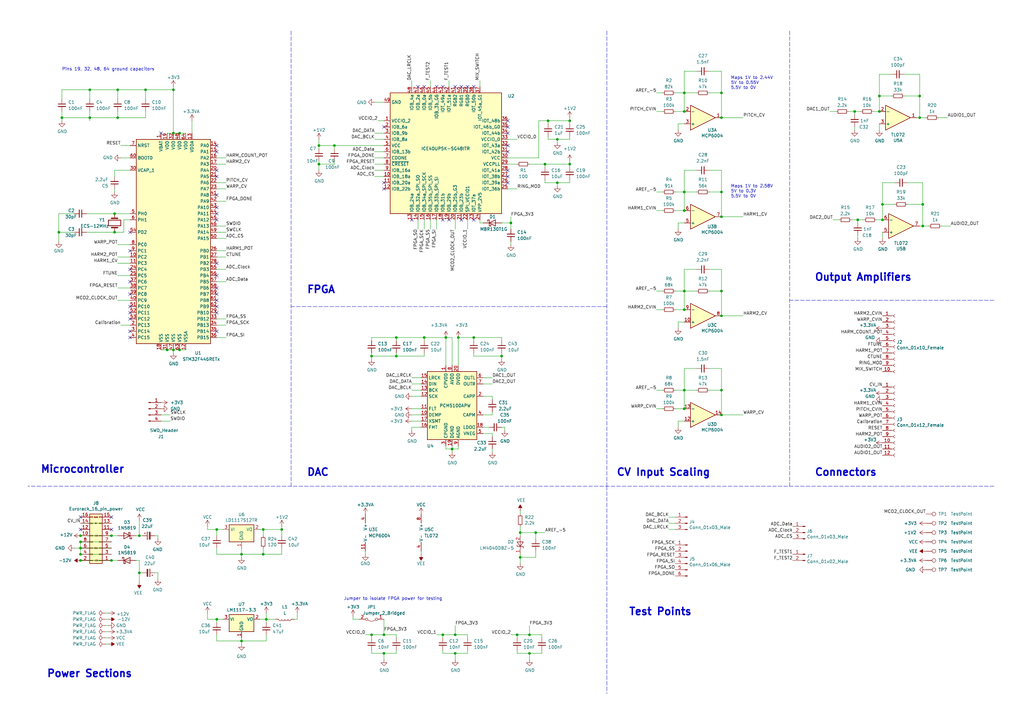
<source format=kicad_sch>
(kicad_sch (version 20231120) (generator "eeschema") (generator_version "8.0")
  (paper "A3")
  (title_block (title "Addatone") (date "2024-01-16") (rev "2.1") (company "Mountjoy Modular"))
  (junction (at 152.4 146.05))
  (junction (at 280.67 38.1))
  (junction (at 57.15 219.71))
  (junction (at 280.67 78.74))
  (junction (at 185.42 184.15))
  (junction (at 350.52 45.72))
  (junction (at 130.81 59.69))
  (junction (at 280.67 119.38))
  (junction (at 213.36 218.44))
  (junction (at 68.58 143.51))
  (junction (at 217.17 267.97))
  (junction (at 360.68 39.37))
  (junction (at 173.99 138.43))
  (junction (at 45.72 219.71))
  (junction (at 361.95 83.82))
  (junction (at 377.19 39.37))
  (junction (at 212.09 260.35))
  (junction (at 73.66 54.61))
  (junction (at 295.91 170.18))
  (junction (at 162.56 146.05))
  (junction (at 295.91 78.74))
  (junction (at 295.91 119.38))
  (junction (at 233.68 67.31))
  (junction (at 25.4 48.26))
  (junction (at 228.6 74.93))
  (junction (at 115.57 217.17))
  (junction (at 280.67 160.02))
  (junction (at 99.06 262.89))
  (junction (at 280.67 167.64))
  (junction (at 71.12 143.51))
  (junction (at 99.06 227.33))
  (junction (at 48.26 36.83))
  (junction (at 182.88 138.43))
  (junction (at 181.61 260.35))
  (junction (at 88.9 217.17))
  (junction (at 351.79 90.17))
  (junction (at 46.99 95.25))
  (junction (at 361.95 90.17))
  (junction (at 377.19 48.26))
  (junction (at 162.56 138.43))
  (junction (at 280.67 45.72))
  (junction (at 157.48 267.97))
  (junction (at 223.52 67.31))
  (junction (at 280.67 86.36))
  (junction (at 45.72 229.87))
  (junction (at 233.68 49.53))
  (junction (at 137.16 59.69))
  (junction (at 109.22 254))
  (junction (at 295.91 160.02))
  (junction (at 213.36 228.6))
  (junction (at 205.74 146.05))
  (junction (at 219.71 218.44))
  (junction (at 360.68 45.72))
  (junction (at 24.13 95.25))
  (junction (at 46.99 87.63))
  (junction (at 295.91 38.1))
  (junction (at 88.9 254))
  (junction (at 217.17 260.35))
  (junction (at 228.6 57.15))
  (junction (at 186.69 267.97))
  (junction (at 71.12 54.61))
  (junction (at 107.95 217.17))
  (junction (at 33.02 224.79))
  (junction (at 33.02 229.87))
  (junction (at 378.46 92.71))
  (junction (at 48.26 48.26))
  (junction (at 33.02 222.25))
  (junction (at 36.83 48.26))
  (junction (at 186.69 260.35))
  (junction (at 107.95 227.33))
  (junction (at 224.79 49.53))
  (junction (at 73.66 143.51))
  (junction (at 33.02 219.71))
  (junction (at 152.4 260.35))
  (junction (at 194.31 138.43))
  (junction (at 157.48 260.35))
  (junction (at 59.69 36.83))
  (junction (at 71.12 36.83))
  (junction (at 209.55 91.44))
  (junction (at 187.96 138.43))
  (junction (at 295.91 88.9))
  (junction (at 130.81 67.31))
  (junction (at 280.67 127))
  (junction (at 378.46 83.82))
  (junction (at 36.83 36.83))
  (junction (at 57.15 234.95))
  (junction (at 295.91 48.26))
  (junction (at 295.91 129.54))
  (junction (at 33.02 227.33))
  (no_connect (at 88.9 59.69))
  (no_connect (at 88.9 69.85))
  (no_connect (at 33.02 212.09))
  (no_connect (at 171.45 35.56))
  (no_connect (at 53.34 102.87))
  (no_connect (at 208.28 49.53))
  (no_connect (at 53.34 128.27))
  (no_connect (at 208.28 59.69))
  (no_connect (at 191.77 35.56))
  (no_connect (at 88.9 125.73))
  (no_connect (at 184.15 90.17))
  (no_connect (at 53.34 110.49))
  (no_connect (at 179.07 35.56))
  (no_connect (at 181.61 35.56))
  (no_connect (at 53.34 95.25))
  (no_connect (at 208.28 52.07))
  (no_connect (at 53.34 125.73))
  (no_connect (at 88.9 123.19))
  (no_connect (at 157.48 52.07))
  (no_connect (at 88.9 87.63))
  (no_connect (at 88.9 135.89))
  (no_connect (at 88.9 107.95))
  (no_connect (at 88.9 72.39))
  (no_connect (at 208.28 62.23))
  (no_connect (at 53.34 130.81))
  (no_connect (at 189.23 90.17))
  (no_connect (at 88.9 62.23))
  (no_connect (at 88.9 113.03))
  (no_connect (at 88.9 90.17))
  (no_connect (at 208.28 74.93))
  (no_connect (at 157.48 74.93))
  (no_connect (at 88.9 120.65))
  (no_connect (at 181.61 90.17))
  (no_connect (at 53.34 115.57))
  (no_connect (at 157.48 77.47))
  (no_connect (at 88.9 80.01))
  (no_connect (at 208.28 54.61))
  (no_connect (at 88.9 118.11))
  (no_connect (at 53.34 138.43))
  (no_connect (at 208.28 72.39))
  (no_connect (at 194.31 90.17))
  (no_connect (at 189.23 35.56))
  (no_connect (at 208.28 69.85))
  (no_connect (at 53.34 135.89))
  (no_connect (at 168.91 90.17))
  (no_connect (at 66.04 54.61))
  (no_connect (at 194.31 35.56))
  (no_connect (at 173.99 35.56))
  (no_connect (at 33.02 217.17))
  (no_connect (at 45.72 217.17))
  (no_connect (at 88.9 85.09))
  (no_connect (at 53.34 120.65))
  (no_connect (at 88.9 128.27))
  (no_connect (at 45.72 212.09))
  (no_connect (at 186.69 35.56))
  (wire (pts (xy 290.83 38.1) (xy 295.91 38.1)))
  (wire (pts (xy 57.15 219.71) (xy 57.15 213.36)))
  (wire (pts (xy 55.88 219.71) (xy 57.15 219.71)))
  (polyline (pts (xy 119.38 12.7) (xy 119.38 199.39)) (stroke (width 0) (type dash)))
  (wire (pts (xy 378.46 92.71) (xy 378.46 83.82)))
  (wire (pts (xy 295.91 160.02) (xy 295.91 170.18)))
  (wire (pts (xy 48.26 123.19) (xy 53.34 123.19)))
  (wire (pts (xy 36.83 36.83) (xy 48.26 36.83)))
  (wire (pts (xy 25.4 48.26) (xy 25.4 49.53)))
  (wire (pts (xy 191.77 266.7) (xy 191.77 267.97)))
  (wire (pts (xy 88.9 138.43) (xy 92.71 138.43)))
  (wire (pts (xy 68.58 143.51) (xy 71.12 143.51)))
  (wire (pts (xy 48.26 45.72) (xy 48.26 48.26)))
  (wire (pts (xy 233.68 49.53) (xy 233.68 50.8)))
  (wire (pts (xy 152.4 138.43) (xy 162.56 138.43)))
  (wire (pts (xy 71.12 35.56) (xy 71.12 36.83)))
  (wire (pts (xy 172.72 175.26) (xy 168.91 175.26)))
  (wire (pts (xy 213.36 218.44) (xy 213.36 219.71)))
  (wire (pts (xy 36.83 36.83) (xy 36.83 40.64)))
  (wire (pts (xy 209.55 91.44) (xy 209.55 88.9)))
  (wire (pts (xy 186.69 90.17) (xy 186.69 93.98)))
  (wire (pts (xy 184.15 33.02) (xy 184.15 35.56)))
  (wire (pts (xy 45.72 224.79) (xy 33.02 224.79)))
  (wire (pts (xy 377.19 92.71) (xy 378.46 92.71)))
  (wire (pts (xy 69.85 170.18) (xy 66.04 170.18)))
  (wire (pts (xy 196.85 33.02) (xy 196.85 35.56)))
  (wire (pts (xy 153.67 67.31) (xy 157.48 67.31)))
  (wire (pts (xy 290.83 160.02) (xy 295.91 160.02)))
  (wire (pts (xy 196.85 91.44) (xy 198.12 91.44)))
  (wire (pts (xy 107.95 217.17) (xy 107.95 219.71)))
  (wire (pts (xy 157.48 270.51) (xy 157.48 267.97)))
  (wire (pts (xy 153.67 72.39) (xy 157.48 72.39)))
  (wire (pts (xy 280.67 160.02) (xy 280.67 167.64)))
  (wire (pts (xy 217.17 270.51) (xy 217.17 267.97)))
  (wire (pts (xy 25.4 48.26) (xy 36.83 48.26)))
  (wire (pts (xy 168.91 167.64) (xy 172.72 167.64)))
  (wire (pts (xy 85.09 251.46) (xy 85.09 254)))
  (wire (pts (xy 88.9 260.35) (xy 88.9 262.89)))
  (wire (pts (xy 25.4 45.72) (xy 25.4 48.26)))
  (wire (pts (xy 88.9 217.17) (xy 88.9 219.71)))
  (wire (pts (xy 224.79 55.88) (xy 224.79 57.15)))
  (wire (pts (xy 280.67 151.13) (xy 280.67 160.02)))
  (wire (pts (xy 43.18 264.16) (xy 44.45 264.16)))
  (wire (pts (xy 212.09 260.35) (xy 212.09 261.62)))
  (wire (pts (xy 181.61 260.35) (xy 186.69 260.35)))
  (wire (pts (xy 88.9 254) (xy 88.9 255.27)))
  (wire (pts (xy 361.95 74.93) (xy 361.95 83.82)))
  (wire (pts (xy 57.15 234.95) (xy 57.15 238.76)))
  (polyline (pts (xy 407.67 123.19) (xy 323.85 123.19)) (stroke (width 0) (type dash)))
  (wire (pts (xy 48.26 48.26) (xy 59.69 48.26)))
  (wire (pts (xy 377.19 48.26) (xy 379.73 48.26)))
  (wire (pts (xy 130.81 57.15) (xy 130.81 59.69)))
  (wire (pts (xy 191.77 260.35) (xy 191.77 261.62)))
  (wire (pts (xy 130.81 66.04) (xy 130.81 67.31)))
  (wire (pts (xy 43.18 256.54) (xy 44.45 256.54)))
  (wire (pts (xy 290.83 119.38) (xy 295.91 119.38)))
  (wire (pts (xy 71.12 36.83) (xy 71.12 54.61)))
  (wire (pts (xy 85.09 254) (xy 88.9 254)))
  (wire (pts (xy 162.56 138.43) (xy 162.56 139.7)))
  (wire (pts (xy 185.42 138.43) (xy 182.88 138.43)))
  (wire (pts (xy 208.28 67.31) (xy 212.09 67.31)))
  (wire (pts (xy 280.67 69.85) (xy 280.67 78.74)))
  (wire (pts (xy 121.92 254) (xy 120.65 254)))
  (wire (pts (xy 43.18 254) (xy 44.45 254)))
  (wire (pts (xy 45.72 227.33) (xy 33.02 227.33)))
  (wire (pts (xy 269.24 45.72) (xy 271.78 45.72)))
  (wire (pts (xy 173.99 90.17) (xy 173.99 93.98)))
  (wire (pts (xy 85.09 215.9) (xy 85.09 217.17)))
  (wire (pts (xy 341.63 90.17) (xy 344.17 90.17)))
  (wire (pts (xy 115.57 227.33) (xy 107.95 227.33)))
  (polyline (pts (xy 407.67 199.39) (xy 11.43 199.39)) (stroke (width 0) (type dash)))
  (wire (pts (xy 304.8 170.18) (xy 295.91 170.18)))
  (wire (pts (xy 280.67 91.44) (xy 278.13 91.44)))
  (wire (pts (xy 205.74 91.44) (xy 209.55 91.44)))
  (wire (pts (xy 33.02 227.33) (xy 33.02 224.79)))
  (wire (pts (xy 290.83 78.74) (xy 295.91 78.74)))
  (wire (pts (xy 370.84 30.48) (xy 377.19 30.48)))
  (wire (pts (xy 144.78 252.73) (xy 144.78 254)))
  (wire (pts (xy 33.02 219.71) (xy 45.72 219.71)))
  (wire (pts (xy 88.9 217.17) (xy 91.44 217.17)))
  (wire (pts (xy 295.91 110.49) (xy 295.91 119.38)))
  (wire (pts (xy 171.45 93.98) (xy 171.45 90.17)))
  (wire (pts (xy 187.96 138.43) (xy 194.31 138.43)))
  (wire (pts (xy 186.69 267.97) (xy 191.77 267.97)))
  (wire (pts (xy 107.95 224.79) (xy 107.95 227.33)))
  (wire (pts (xy 276.86 86.36) (xy 280.67 86.36)))
  (wire (pts (xy 162.56 260.35) (xy 162.56 261.62)))
  (wire (pts (xy 33.02 222.25) (xy 33.02 224.79)))
  (wire (pts (xy 187.96 182.88) (xy 187.96 184.15)))
  (wire (pts (xy 349.25 90.17) (xy 351.79 90.17)))
  (wire (pts (xy 372.11 83.82) (xy 378.46 83.82)))
  (wire (pts (xy 194.31 144.78) (xy 194.31 146.05)))
  (wire (pts (xy 59.69 36.83) (xy 71.12 36.83)))
  (wire (pts (xy 269.24 127) (xy 271.78 127)))
  (wire (pts (xy 219.71 218.44) (xy 213.36 218.44)))
  (wire (pts (xy 153.67 62.23) (xy 157.48 62.23)))
  (wire (pts (xy 274.32 212.09) (xy 276.86 212.09)))
  (wire (pts (xy 186.69 260.35) (xy 191.77 260.35)))
  (wire (pts (xy 212.09 266.7) (xy 212.09 267.97)))
  (wire (pts (xy 88.9 105.41) (xy 92.71 105.41)))
  (wire (pts (xy 153.67 57.15) (xy 157.48 57.15)))
  (wire (pts (xy 274.32 217.17) (xy 276.86 217.17)))
  (wire (pts (xy 78.74 49.53) (xy 78.74 54.61)))
  (polyline (pts (xy 248.92 199.39) (xy 248.92 284.48)) (stroke (width 0) (type dash)))
  (wire (pts (xy 168.91 172.72) (xy 172.72 172.72)))
  (wire (pts (xy 269.24 167.64) (xy 271.78 167.64)))
  (wire (pts (xy 274.32 214.63) (xy 276.86 214.63)))
  (wire (pts (xy 43.18 259.08) (xy 44.45 259.08)))
  (wire (pts (xy 115.57 215.9) (xy 115.57 217.17)))
  (wire (pts (xy 36.83 45.72) (xy 36.83 48.26)))
  (wire (pts (xy 269.24 38.1) (xy 271.78 38.1)))
  (wire (pts (xy 106.68 254) (xy 109.22 254)))
  (wire (pts (xy 181.61 267.97) (xy 186.69 267.97)))
  (wire (pts (xy 88.9 92.71) (xy 92.71 92.71)))
  (wire (pts (xy 280.67 119.38) (xy 285.75 119.38)))
  (wire (pts (xy 194.31 146.05) (xy 205.74 146.05)))
  (wire (pts (xy 43.18 261.62) (xy 44.45 261.62)))
  (wire (pts (xy 280.67 110.49) (xy 280.67 119.38)))
  (wire (pts (xy 304.8 88.9) (xy 295.91 88.9)))
  (wire (pts (xy 360.68 39.37) (xy 360.68 45.72)))
  (wire (pts (xy 46.99 69.85) (xy 46.99 72.39)))
  (wire (pts (xy 295.91 38.1) (xy 295.91 48.26)))
  (wire (pts (xy 358.14 45.72) (xy 360.68 45.72)))
  (wire (pts (xy 33.02 229.87) (xy 45.72 229.87)))
  (wire (pts (xy 115.57 224.79) (xy 115.57 227.33)))
  (wire (pts (xy 109.22 251.46) (xy 109.22 254)))
  (wire (pts (xy 217.17 67.31) (xy 223.52 67.31)))
  (wire (pts (xy 185.42 184.15) (xy 185.42 185.42)))
  (wire (pts (xy 223.52 73.66) (xy 223.52 74.93)))
  (polyline (pts (xy 248.92 12.7) (xy 248.92 199.39)) (stroke (width 0) (type dash)))
  (wire (pts (xy 153.67 64.77) (xy 157.48 64.77)))
  (wire (pts (xy 121.92 251.46) (xy 121.92 254)))
  (wire (pts (xy 377.19 48.26) (xy 377.19 39.37)))
  (wire (pts (xy 361.95 83.82) (xy 367.03 83.82)))
  (wire (pts (xy 69.85 172.72) (xy 66.04 172.72)))
  (wire (pts (xy 24.13 87.63) (xy 24.13 95.25)))
  (wire (pts (xy 71.12 54.61) (xy 71.12 55.88)))
  (wire (pts (xy 269.24 86.36) (xy 271.78 86.36)))
  (wire (pts (xy 269.24 78.74) (xy 271.78 78.74)))
  (wire (pts (xy 223.52 74.93) (xy 228.6 74.93)))
  (wire (pts (xy 280.67 132.08) (xy 278.13 132.08)))
  (wire (pts (xy 30.48 224.79) (xy 33.02 224.79)))
  (wire (pts (xy 68.58 54.61) (xy 71.12 54.61)))
  (wire (pts (xy 233.68 67.31) (xy 233.68 68.58)))
  (wire (pts (xy 278.13 172.72) (xy 278.13 175.26)))
  (wire (pts (xy 201.93 168.91) (xy 201.93 170.18)))
  (wire (pts (xy 137.16 66.04) (xy 137.16 67.31)))
  (wire (pts (xy 350.52 45.72) (xy 350.52 46.99)))
  (wire (pts (xy 361.95 83.82) (xy 361.95 90.17)))
  (wire (pts (xy 209.55 91.44) (xy 209.55 93.98)))
  (wire (pts (xy 176.53 33.02) (xy 176.53 35.56)))
  (wire (pts (xy 217.17 256.54) (xy 217.17 260.35)))
  (wire (pts (xy 99.06 262.89) (xy 99.06 264.16)))
  (wire (pts (xy 43.18 251.46) (xy 44.45 251.46)))
  (wire (pts (xy 280.67 78.74) (xy 280.67 86.36)))
  (wire (pts (xy 88.9 74.93) (xy 92.71 74.93)))
  (wire (pts (xy 152.4 260.35) (xy 157.48 260.35)))
  (wire (pts (xy 280.67 50.8) (xy 278.13 50.8)))
  (wire (pts (xy 280.67 119.38) (xy 280.67 127)))
  (wire (pts (xy 106.68 217.17) (xy 107.95 217.17)))
  (wire (pts (xy 350.52 52.07) (xy 350.52 53.34)))
  (wire (pts (xy 182.88 138.43) (xy 182.88 149.86)))
  (wire (pts (xy 213.36 215.9) (xy 213.36 218.44)))
  (wire (pts (xy 130.81 59.69) (xy 130.81 60.96)))
  (wire (pts (xy 224.79 49.53) (xy 233.68 49.53)))
  (wire (pts (xy 162.56 266.7) (xy 162.56 267.97)))
  (wire (pts (xy 24.13 95.25) (xy 24.13 99.06)))
  (wire (pts (xy 276.86 78.74) (xy 280.67 78.74)))
  (wire (pts (xy 137.16 67.31) (xy 130.81 67.31)))
  (wire (pts (xy 48.26 118.11) (xy 53.34 118.11)))
  (wire (pts (xy 53.34 69.85) (xy 46.99 69.85)))
  (wire (pts (xy 88.9 254) (xy 91.44 254)))
  (wire (pts (xy 152.4 260.35) (xy 152.4 261.62)))
  (wire (pts (xy 71.12 54.61) (xy 73.66 54.61)))
  (wire (pts (xy 360.68 30.48) (xy 365.76 30.48)))
  (wire (pts (xy 290.83 151.13) (xy 295.91 151.13)))
  (wire (pts (xy 57.15 229.87) (xy 57.15 234.95)))
  (wire (pts (xy 162.56 146.05) (xy 173.99 146.05)))
  (polyline (pts (xy 323.85 12.7) (xy 323.85 199.39)) (stroke (width 0) (type dash)))
  (wire (pts (xy 107.95 217.17) (xy 115.57 217.17)))
  (wire (pts (xy 209.55 99.06) (xy 209.55 100.33)))
  (wire (pts (xy 181.61 260.35) (xy 181.61 261.62)))
  (wire (pts (xy 377.19 30.48) (xy 377.19 39.37)))
  (wire (pts (xy 182.88 184.15) (xy 185.42 184.15)))
  (wire (pts (xy 212.09 267.97) (xy 217.17 267.97)))
  (wire (pts (xy 219.71 218.44) (xy 219.71 220.98)))
  (wire (pts (xy 115.57 217.17) (xy 115.57 219.71)))
  (wire (pts (xy 162.56 144.78) (xy 162.56 146.05)))
  (wire (pts (xy 173.99 138.43) (xy 182.88 138.43)))
  (wire (pts (xy 99.06 262.89) (xy 109.22 262.89)))
  (wire (pts (xy 88.9 67.31) (xy 92.71 67.31)))
  (wire (pts (xy 157.48 267.97) (xy 162.56 267.97)))
  (wire (pts (xy 233.68 48.26) (xy 233.68 49.53)))
  (wire (pts (xy 198.12 154.94) (xy 201.93 154.94)))
  (wire (pts (xy 194.31 138.43) (xy 205.74 138.43)))
  (wire (pts (xy 205.74 144.78) (xy 205.74 146.05)))
  (wire (pts (xy 88.9 110.49) (xy 92.71 110.49)))
  (wire (pts (xy 88.9 102.87) (xy 92.71 102.87)))
  (wire (pts (xy 88.9 262.89) (xy 99.06 262.89)))
  (wire (pts (xy 359.41 90.17) (xy 361.95 90.17)))
  (wire (pts (xy 361.95 95.25) (xy 361.95 97.79)))
  (wire (pts (xy 168.91 157.48) (xy 172.72 157.48)))
  (wire (pts (xy 25.4 36.83) (xy 36.83 36.83)))
  (wire (pts (xy 205.74 147.32) (xy 205.74 146.05)))
  (wire (pts (xy 212.09 77.47) (xy 208.28 77.47)))
  (wire (pts (xy 35.56 95.25) (xy 46.99 95.25)))
  (wire (pts (xy 295.91 119.38) (xy 295.91 129.54)))
  (wire (pts (xy 157.48 260.35) (xy 162.56 260.35)))
  (wire (pts (xy 48.26 36.83) (xy 48.26 40.64)))
  (wire (pts (xy 48.26 100.33) (xy 53.34 100.33)))
  (wire (pts (xy 370.84 39.37) (xy 377.19 39.37)))
  (wire (pts (xy 304.8 129.54) (xy 295.91 129.54)))
  (wire (pts (xy 49.53 64.77) (xy 53.34 64.77)))
  (wire (pts (xy 340.36 45.72) (xy 342.9 45.72)))
  (wire (pts (xy 375.92 48.26) (xy 377.19 48.26)))
  (wire (pts (xy 64.77 219.71) (xy 63.5 219.71)))
  (wire (pts (xy 205.74 138.43) (xy 205.74 139.7)))
  (wire (pts (xy 109.22 260.35) (xy 109.22 262.89)))
  (wire (pts (xy 185.42 182.88) (xy 185.42 184.15)))
  (wire (pts (xy 217.17 260.35) (xy 222.25 260.35)))
  (wire (pts (xy 276.86 160.02) (xy 280.67 160.02)))
  (wire (pts (xy 157.48 254) (xy 157.48 260.35)))
  (wire (pts (xy 186.69 270.51) (xy 186.69 267.97)))
  (wire (pts (xy 45.72 219.71) (xy 48.26 219.71)))
  (wire (pts (xy 173.99 138.43) (xy 173.99 139.7)))
  (wire (pts (xy 24.13 87.63) (xy 30.48 87.63)))
  (wire (pts (xy 176.53 90.17) (xy 176.53 93.98)))
  (wire (pts (xy 172.72 226.06) (xy 172.72 227.33)))
  (wire (pts (xy 196.85 90.17) (xy 196.85 91.44)))
  (wire (pts (xy 152.4 146.05) (xy 162.56 146.05)))
  (wire (pts (xy 280.67 38.1) (xy 280.67 45.72)))
  (wire (pts (xy 269.24 119.38) (xy 271.78 119.38)))
  (wire (pts (xy 58.42 219.71) (xy 57.15 219.71)))
  (wire (pts (xy 278.13 132.08) (xy 278.13 134.62)))
  (wire (pts (xy 191.77 90.17) (xy 191.77 93.98)))
  (wire (pts (xy 64.77 234.95) (xy 64.77 237.49)))
  (wire (pts (xy 88.9 227.33) (xy 99.06 227.33)))
  (wire (pts (xy 222.25 266.7) (xy 222.25 267.97)))
  (wire (pts (xy 25.4 36.83) (xy 25.4 40.64)))
  (wire (pts (xy 179.07 260.35) (xy 181.61 260.35)))
  (wire (pts (xy 280.67 78.74) (xy 285.75 78.74)))
  (wire (pts (xy 276.86 45.72) (xy 280.67 45.72)))
  (wire (pts (xy 55.88 229.87) (xy 57.15 229.87)))
  (wire (pts (xy 378.46 92.71) (xy 381 92.71)))
  (wire (pts (xy 71.12 143.51) (xy 71.12 144.78)))
  (wire (pts (xy 223.52 67.31) (xy 223.52 68.58)))
  (wire (pts (xy 220.98 49.53) (xy 224.79 49.53)))
  (wire (pts (xy 276.86 127) (xy 280.67 127)))
  (wire (pts (xy 130.81 59.69) (xy 137.16 59.69)))
  (wire (pts (xy 99.06 224.79) (xy 99.06 227.33)))
  (wire (pts (xy 280.67 69.85) (xy 285.75 69.85)))
  (wire (pts (xy 222.25 260.35) (xy 222.25 261.62)))
  (wire (pts (xy 198.12 170.18) (xy 201.93 170.18)))
  (wire (pts (xy 59.69 45.72) (xy 59.69 48.26)))
  (wire (pts (xy 360.68 50.8) (xy 360.68 53.34)))
  (wire (pts (xy 351.79 90.17) (xy 354.33 90.17)))
  (wire (pts (xy 88.9 130.81) (xy 92.71 130.81)))
  (wire (pts (xy 378.46 74.93) (xy 378.46 83.82)))
  (wire (pts (xy 372.11 74.93) (xy 378.46 74.93)))
  (wire (pts (xy 99.06 261.62) (xy 99.06 262.89)))
  (wire (pts (xy 168.91 160.02) (xy 172.72 160.02)))
  (wire (pts (xy 290.83 110.49) (xy 295.91 110.49)))
  (wire (pts (xy 198.12 162.56) (xy 201.93 162.56)))
  (wire (pts (xy 280.67 160.02) (xy 285.75 160.02)))
  (wire (pts (xy 88.9 224.79) (xy 88.9 227.33)))
  (wire (pts (xy 207.01 176.53) (xy 207.01 175.26)))
  (wire (pts (xy 223.52 218.44) (xy 219.71 218.44)))
  (wire (pts (xy 280.67 29.21) (xy 285.75 29.21)))
  (wire (pts (xy 280.67 172.72) (xy 278.13 172.72)))
  (wire (pts (xy 280.67 29.21) (xy 280.67 38.1)))
  (wire (pts (xy 228.6 74.93) (xy 233.68 74.93)))
  (wire (pts (xy 201.93 184.15) (xy 201.93 185.42)))
  (wire (pts (xy 153.67 54.61) (xy 157.48 54.61)))
  (wire (pts (xy 46.99 77.47) (xy 46.99 78.74)))
  (wire (pts (xy 152.4 147.32) (xy 152.4 146.05)))
  (wire (pts (xy 201.93 162.56) (xy 201.93 163.83)))
  (wire (pts (xy 152.4 138.43) (xy 152.4 139.7)))
  (wire (pts (xy 295.91 78.74) (xy 295.91 88.9)))
  (wire (pts (xy 152.4 266.7) (xy 152.4 267.97)))
  (wire (pts (xy 59.69 36.83) (xy 48.26 36.83)))
  (wire (pts (xy 290.83 69.85) (xy 295.91 69.85)))
  (wire (pts (xy 137.16 59.69) (xy 157.48 59.69)))
  (wire (pts (xy 187.96 138.43) (xy 187.96 149.86)))
  (wire (pts (xy 73.66 143.51) (xy 76.2 143.51)))
  (wire (pts (xy 48.26 105.41) (xy 53.34 105.41)))
  (wire (pts (xy 50.8 90.17) (xy 53.34 90.17)))
  (wire (pts (xy 64.77 234.95) (xy 63.5 234.95)))
  (wire (pts (xy 201.93 177.8) (xy 201.93 179.07)))
  (wire (pts (xy 130.81 67.31) (xy 130.81 69.85)))
  (wire (pts (xy 351.79 90.17) (xy 351.79 91.44)))
  (wire (pts (xy 53.34 133.35) (xy 49.53 133.35)))
  (wire (pts (xy 88.9 115.57) (xy 92.71 115.57)))
  (wire (pts (xy 361.95 74.93) (xy 367.03 74.93)))
  (wire (pts (xy 213.36 228.6) (xy 213.36 231.14)))
  (wire (pts (xy 181.61 266.7) (xy 181.61 267.97)))
  (wire (pts (xy 48.26 113.03) (xy 53.34 113.03)))
  (wire (pts (xy 224.79 49.53) (xy 224.79 50.8)))
  (wire (pts (xy 48.26 107.95) (xy 53.34 107.95)))
  (wire (pts (xy 233.68 73.66) (xy 233.68 74.93)))
  (wire (pts (xy 152.4 267.97) (xy 157.48 267.97)))
  (wire (pts (xy 213.36 227.33) (xy 213.36 228.6)))
  (wire (pts (xy 278.13 50.8) (xy 278.13 53.34)))
  (wire (pts (xy 280.67 151.13) (xy 285.75 151.13)))
  (wire (pts (xy 386.08 92.71) (xy 389.89 92.71)))
  (wire (pts (xy 168.91 154.94) (xy 172.72 154.94)))
  (wire (pts (xy 162.56 138.43) (xy 173.99 138.43)))
  (wire (pts (xy 350.52 45.72) (xy 353.06 45.72)))
  (wire (pts (xy 149.86 226.06) (xy 149.86 227.33)))
  (wire (pts (xy 33.02 214.63) (xy 45.72 214.63)))
  (wire (pts (xy 228.6 58.42) (xy 228.6 57.15)))
  (wire (pts (xy 186.69 256.54) (xy 186.69 260.35)))
  (wire (pts (xy 154.94 49.53) (xy 157.48 49.53)))
  (wire (pts (xy 71.12 143.51) (xy 73.66 143.51)))
  (wire (pts (xy 280.67 110.49) (xy 285.75 110.49)))
  (wire (pts (xy 88.9 64.77) (xy 92.71 64.77)))
  (wire (pts (xy 88.9 82.55) (xy 92.71 82.55)))
  (wire (pts (xy 223.52 67.31) (xy 233.68 67.31)))
  (wire (pts (xy 92.71 133.35) (xy 88.9 133.35)))
  (wire (pts (xy 213.36 209.55) (xy 213.36 210.82)))
  (wire (pts (xy 168.91 175.26) (xy 168.91 176.53)))
  (wire (pts (xy 66.04 143.51) (xy 68.58 143.51)))
  (wire (pts (xy 185.42 138.43) (xy 185.42 149.86)))
  (wire (pts (xy 228.6 57.15) (xy 233.68 57.15)))
  (wire (pts (xy 35.56 87.63) (xy 46.99 87.63)))
  (wire (pts (xy 45.72 222.25) (xy 33.02 222.25)))
  (wire (pts (xy 85.09 217.17) (xy 88.9 217.17)))
  (wire (pts (xy 194.31 138.43) (xy 194.31 139.7)))
  (wire (pts (xy 213.36 228.6) (xy 219.71 228.6)))
  (wire (pts (xy 233.68 55.88) (xy 233.68 57.15)))
  (wire (pts (xy 73.66 54.61) (xy 76.2 54.61)))
  (wire (pts (xy 149.86 260.35) (xy 152.4 260.35)))
  (wire (pts (xy 220.98 64.77) (xy 208.28 64.77)))
  (wire (pts (xy 212.09 260.35) (xy 217.17 260.35)))
  (wire (pts (xy 198.12 157.48) (xy 201.93 157.48)))
  (wire (pts (xy 59.69 36.83) (xy 59.69 40.64)))
  (wire (pts (xy 50.8 95.25) (xy 46.99 95.25)))
  (wire (pts (xy 295.91 69.85) (xy 295.91 78.74)))
  (wire (pts (xy 209.55 260.35) (xy 212.09 260.35)))
  (wire (pts (xy 276.86 167.64) (xy 280.67 167.64)))
  (wire (pts (xy 88.9 97.79) (xy 92.71 97.79)))
  (wire (pts (xy 278.13 91.44) (xy 278.13 93.98)))
  (wire (pts (xy 109.22 254) (xy 109.22 255.27)))
  (wire (pts (xy 58.42 234.95) (xy 57.15 234.95)))
  (wire (pts (xy 198.12 175.26) (xy 200.66 175.26)))
  (wire (pts (xy 360.68 39.37) (xy 365.76 39.37)))
  (wire (pts (xy 173.99 144.78) (xy 173.99 146.05)))
  (wire (pts (xy 144.78 254) (xy 147.32 254)))
  (wire (pts (xy 276.86 119.38) (xy 280.67 119.38)))
  (wire (pts (xy 187.96 184.15) (xy 185.42 184.15)))
  (wire (pts (xy 153.67 41.91) (xy 157.48 41.91)))
  (wire (pts (xy 152.4 144.78) (xy 152.4 146.05)))
  (wire (pts (xy 107.95 227.33) (xy 99.06 227.33)))
  (wire (pts (xy 224.79 57.15) (xy 228.6 57.15)))
  (wire (pts (xy 208.28 57.15) (xy 212.09 57.15)))
  (wire (pts (xy 64.77 219.71) (xy 64.77 220.98)))
  (wire (pts (xy 219.71 226.06) (xy 219.71 228.6)))
  (wire (pts (xy 290.83 29.21) (xy 295.91 29.21)))
  (wire (pts (xy 137.16 59.69) (xy 137.16 60.96)))
  (wire (pts (xy 179.07 90.17) (xy 179.07 93.98)))
  (wire (pts (xy 182.88 182.88) (xy 182.88 184.15)))
  (wire (pts (xy 99.06 227.33) (xy 99.06 228.6)))
  (wire (pts (xy 276.86 38.1) (xy 280.67 38.1)))
  (wire (pts (xy 360.68 30.48) (xy 360.68 39.37)))
  (wire (pts (xy 153.67 69.85) (xy 157.48 69.85)))
  (wire (pts (xy 88.9 77.47) (xy 92.71 77.47)))
  (wire (pts (xy 168.91 170.18) (xy 172.72 170.18)))
  (wire (pts (xy 45.72 229.87) (xy 48.26 229.87)))
  (wire (pts (xy 198.12 177.8) (xy 201.93 177.8)))
  (wire (pts (xy 295.91 29.21) (xy 295.91 38.1)))
  (wire (pts (xy 295.91 151.13) (xy 295.91 160.02)))
  (polyline (pts (xy 248.92 125.73) (xy 119.38 125.73)) (stroke (width 0) (type dash)))
  (wire (pts (xy 88.9 95.25) (xy 92.71 95.25)))
  (wire (pts (xy 220.98 49.53) (xy 220.98 64.77)))
  (wire (pts (xy 347.98 45.72) (xy 350.52 45.72)))
  (wire (pts (xy 53.34 87.63) (xy 46.99 87.63)))
  (wire (pts (xy 36.83 48.26) (xy 36.83 49.53)))
  (wire (pts (xy 384.81 48.26) (xy 388.62 48.26)))
  (wire (pts (xy 168.91 162.56) (xy 172.72 162.56)))
  (wire (pts (xy 24.13 95.25) (xy 30.48 95.25)))
  (wire (pts (xy 109.22 254) (xy 113.03 254)))
  (wire (pts (xy 269.24 160.02) (xy 271.78 160.02)))
  (wire (pts (xy 36.83 48.26) (xy 48.26 48.26)))
  (wire (pts (xy 351.79 96.52) (xy 351.79 97.79)))
  (wire (pts (xy 53.34 59.69) (xy 49.53 59.69)))
  (wire (pts (xy 304.8 48.26) (xy 295.91 48.26)))
  (wire (pts (xy 50.8 95.25) (xy 50.8 90.17)))
  (wire (pts (xy 207.01 175.26) (xy 205.74 175.26)))
  (wire (pts (xy 168.91 33.02) (xy 168.91 35.56)))
  (wire (pts (xy 280.67 38.1) (xy 285.75 38.1)))
  (wire (pts (xy 233.68 66.04) (xy 233.68 67.31)))
  (wire (pts (xy 217.17 267.97) (xy 222.25 267.97)))
  (wire (pts (xy 228.6 76.2) (xy 228.6 74.93)))
  (text "Pins 19, 32, 48, 64 ground capacitors" (at 25.4 29.21 0) (effects (font (size 1.27 1.27)) (justify left bottom)))
  (text "Test Points" (at 257.81 252.73 0) (effects (font (size 3 3) (thickness 0.6) (bold yes)) (justify left bottom)))
  (text "Power Sections" (at 19.05 278.13 0) (effects (font (size 3 3) (thickness 0.6) (bold yes)) (justify left bottom)))
  (text "DAC" (at 125.73 195.58 0) (effects (font (size 3 3) (thickness 0.6) (bold yes)) (justify left bottom)))
  (text "Jumper to isolate FPGA power for testing" (at 140.97 246.38 0) (effects (font (size 1.27 1.27)) (justify left bottom)))
  (text "Output Amplifiers" (at 334.01 115.57 0) (effects (font (size 3 3) (thickness 0.6) (bold yes)) (justify left bottom)))
  (text "Microcontroller" (at 16.51 194.31 0) (effects (font (size 3 3) (thickness 0.6) (bold yes)) (justify left bottom)))
  (text "Maps 1V to 2.44V\n5V to 0.55V\n5.5V to 0V" (at 299.72 36.83 0) (effects (font (size 1.27 1.27)) (justify left bottom)))
  (text "Maps 1V to 2.58V\n5V to 0.3V\n5.5V to 0V" (at 299.72 81.28 0) (effects (font (size 1.27 1.27)) (justify left bottom)))
  (text "CV Input Scaling" (at 252.73 195.58 0) (effects (font (size 3 3) (thickness 0.6) (bold yes)) (justify left bottom)))
  (text "Connectors" (at 334.01 195.58 0) (effects (font (size 3 3) (thickness 0.6) (bold yes)) (justify left bottom)))
  (text "FPGA" (at 125.73 120.65 0) (effects (font (size 3 3) (thickness 0.6) (bold yes)) (justify left bottom)))
  (label "FTUNE" (at 48.26 113.03 180))
  (label "FPGA_3V3" (at 217.17 256.54 0))
  (label "FPGA_SI" (at 276.86 231.14 180))
  (label "MIX_SWITCH" (at 196.85 33.02 90))
  (label "AUDIO2_OUT" (at 361.95 184.15 180))
  (label "HARM2_CV" (at 304.8 129.54 0))
  (label "HARM1_CV" (at 304.8 88.9 0))
  (label "HARM1_POT" (at 361.95 144.78 180))
  (label "VCCIO_0" (at 212.09 57.15 0))
  (label "DAC_BCLK" (at 153.67 57.15 180))
  (label "SWDIO" (at 69.85 172.72 0))
  (label "ADC_Data" (at 92.71 115.57 0))
  (label "DAC_BCLK" (at 168.91 160.02 180))
  (label "DAC_DATA" (at 168.91 157.48 180))
  (label "MCO2_CLOCK_OUT" (at 379.73 210.82 180))
  (label "ADC_Clock" (at 92.71 110.49 0))
  (label "DAC_LRCLK" (at 274.32 217.17 180))
  (label "MCO2_CLOCK_OUT" (at 186.69 93.98 270))
  (label "MCO2_CLOCK_OUT" (at 48.26 123.19 180))
  (label "WARP_CVIN" (at 361.95 132.08 180))
  (label "FPGA_SO" (at 171.45 93.98 270))
  (label "F_TEST1" (at 184.15 33.02 90))
  (label "Calibration" (at 361.95 173.99 180))
  (label "FPGA_RESET" (at 48.26 118.11 180))
  (label "FPGA_SS" (at 92.71 130.81 0))
  (label "ADC_Data" (at 325.12 215.9 180))
  (label "AUDIO1_OUT" (at 388.62 48.26 0))
  (label "HARM2_CVIN" (at 361.95 129.54 180))
  (label "HARM2_CVIN" (at 269.24 127 180))
  (label "DAC_DATA" (at 274.32 214.63 180))
  (label "CV_IN" (at 33.02 214.63 180))
  (label "AREF_-5" (at 269.24 78.74 180))
  (label "FPGA_DONE" (at 276.86 236.22 180))
  (label "FPGA_SS" (at 176.53 93.98 270))
  (label "WARP_CVIN" (at 269.24 167.64 180))
  (label "HARM_COUNT_POT" (at 92.71 64.77 0))
  (label "HARM2_POT" (at 48.26 105.41 180))
  (label "HARM1_CV" (at 48.26 107.95 180))
  (label "FPGA_SO" (at 276.86 233.68 180))
  (label "WARP_POT" (at 48.26 100.33 180))
  (label "CV_IN" (at 361.95 158.75 180))
  (label "HARM1_CVIN" (at 269.24 86.36 180))
  (label "FPGA_SS" (at 276.86 226.06 180))
  (label "HARM2_CV" (at 92.71 67.31 0))
  (label "ADC_Data" (at 153.67 62.23 180))
  (label "AREF_-5" (at 223.52 218.44 0))
  (label "Calibration" (at 49.53 133.35 180))
  (label "SWDIO" (at 92.71 92.71 0))
  (label "F_TEST1" (at 325.12 227.33 180))
  (label "HARM1_POT" (at 92.71 102.87 0))
  (label "FPGA_RESET" (at 153.67 67.31 180))
  (label "WARP_CV" (at 304.8 170.18 0))
  (label "FPGA_SCK" (at 173.99 93.98 270))
  (label "FPGA_SCK" (at 92.71 133.35 0))
  (label "FPGA_3V3" (at 209.55 88.9 0))
  (label "SWCLK" (at 92.71 95.25 0))
  (label "PITCH_CV" (at 304.8 48.26 0))
  (label "CTUNE" (at 361.95 147.32 180))
  (label "F_TEST2" (at 176.53 33.02 90))
  (label "VCCIO_1" (at 191.77 93.98 270))
  (label "VCCIO_2" (at 154.94 49.53 180))
  (label "VCCIO_0" (at 149.86 260.35 180))
  (label "FPGA_SI" (at 179.07 93.98 270))
  (label "VCCIO_1" (at 179.07 260.35 180))
  (label "DAC2_OUT" (at 341.63 90.17 180))
  (label "DAC2_OUT" (at 201.93 157.48 0))
  (label "CTUNE" (at 92.71 105.41 0))
  (label "AUDIO1_OUT" (at 361.95 186.69 180))
  (label "AUDIO2_OUT" (at 389.89 92.71 0))
  (label "RING_MOD" (at 212.09 77.47 0))
  (label "PITCH_CVIN" (at 269.24 45.72 180))
  (label "FPGA_DONE" (at 92.71 82.55 0))
  (label "DAC1_OUT" (at 201.93 154.94 0))
  (label "F_TEST2" (at 325.12 229.87 180))
  (label "AREF_-5" (at 269.24 38.1 180))
  (label "HARM2_POT" (at 361.95 179.07 180))
  (label "AREF_-5" (at 269.24 119.38 180))
  (label "DAC1_OUT" (at 340.36 45.72 180))
  (label "WARP_CV" (at 92.71 77.47 0))
  (label "FPGA_3V3" (at 186.69 256.54 0))
  (label "MIX_SWITCH" (at 361.95 152.4 180))
  (label "ADC_Clock" (at 153.67 69.85 180))
  (label "DAC_DATA" (at 153.67 54.61 180))
  (label "DAC_LRCLK" (at 168.91 154.94 180))
  (label "FPGA_RESET" (at 276.86 228.6 180))
  (label "FPGA_DONE" (at 153.67 64.77 180))
  (label "HARM1_CVIN" (at 361.95 166.37 180))
  (label "FPGA_SI" (at 92.71 138.43 0))
  (label "VCCIO_2" (at 209.55 260.35 180))
  (label "DAC_LRCLK" (at 168.91 33.02 90))
  (label "FPGA_3V3" (at 157.48 259.08 0))
  (label "ADC_CS" (at 92.71 97.79 0))
  (label "SWCLK" (at 69.85 170.18 0))
  (label "HARM_COUNT_POT" (at 361.95 137.16 180))
  (label "RING_MOD" (at 361.95 149.86 180))
  (label "PITCH_CV" (at 92.71 74.93 0))
  (label "PITCH_CVIN" (at 361.95 168.91 180))
  (label "RESET" (at 49.53 59.69 180))
  (label "FPGA_SCK" (at 276.86 223.52 180))
  (label "DAC_BCLK" (at 274.32 212.09 180))
  (label "WARP_POT" (at 361.95 171.45 180))
  (label "ADC_CS" (at 325.12 220.98 180))
  (label "AREF_-5" (at 269.24 160.02 180))
  (label "RESET" (at 361.95 176.53 180))
  (label "ADC_Clock" (at 325.12 218.44 180))
  (label "ADC_CS" (at 153.67 72.39 180))
  (label "FTUNE" (at 361.95 142.24 180))
  (symbol (lib_id "Device:C_Small") (at 46.99 74.93 180) (unit 1)
    (property "Reference" "C5" (at 44.45 76.2 0) (effects (justify left)))
    (property "Value" "2.2uF" (at 44.45 73.66 0) (effects (justify left)))
    (property "Footprint" "Capacitor_SMD:C_0805_2012Metric_Pad1.18x1.45mm_HandSolder" (effects (hide yes)))
  )
  (symbol (lib_id "AddaTone components-rescue:Conn_01x04_Male-Connector") (at 60.96 167.64 0) (unit 1)
    (property "Reference" "J1" (at 66.04 179.07 0))
    (property "Value" "SWD_Header" (at 67.31 176.53 0))
    (property "Footprint" "Custom_Footprints:SWD_header" (effects (hide yes)))
  )
  (symbol (lib_id "AddaTone components-rescue:+3.3V-power") (at 66.04 165.1 270) (unit 1)
    (property "Reference" "#PWR014" (effects (hide yes)))
    (property "Value" "+3V3" (at 69.85 165.1 90) (effects (justify left)))
  )
  (symbol (lib_id "power:GND") (at 66.04 167.64 90) (unit 1)
    (property "Reference" "#PWR015" (effects (hide yes)))
    (property "Value" "GND" (at 69.85 167.64 90) (effects (justify right)))
  )
  (symbol (lib_id "Device:Crystal") (at 46.99 91.44 90) (unit 1)
    (property "Reference" "Y1" (at 40.64 90.17 90) (effects (justify right)))
    (property "Value" "ECS-12MHz" (at 33.02 92.71 90) (effects (justify right)))
    (property "Footprint" "Crystals:Crystal_SMD_0603-2pin_6.0x3.5mm_HandSoldering" (effects (hide yes)))
  )
  (symbol (lib_id "Device:C_Small") (at 33.02 87.63 270) (unit 1)
    (property "Reference" "C2" (at 27.94 86.36 90) (effects (justify left)))
    (property "Value" "30pF" (at 26.67 88.9 90) (effects (justify left)))
    (property "Footprint" "Capacitor_SMD:C_0805_2012Metric_Pad1.18x1.45mm_HandSolder" (effects (hide yes)))
  )
  (symbol (lib_id "Device:C_Small") (at 33.02 95.25 270) (unit 1)
    (property "Reference" "C3" (at 27.94 93.98 90) (effects (justify left)))
    (property "Value" "30pF" (at 26.67 96.52 90) (effects (justify left)))
    (property "Footprint" "Capacitor_SMD:C_0805_2012Metric_Pad1.18x1.45mm_HandSolder" (effects (hide yes)))
  )
  (symbol (lib_id "power:GND") (at 24.13 99.06 0) (unit 1)
    (property "Reference" "#PWR01" (effects (hide yes)))
    (property "Value" "GND" (at 24.13 102.87 0))
  )
  (symbol (lib_id "AddaTone components-rescue:+3.3V-power") (at 71.12 35.56 0) (unit 1)
    (property "Reference" "#PWR011" (effects (hide yes)))
    (property "Value" "+3V3" (at 71.12 31.75 0))
  )
  (symbol (lib_id "power:GND") (at 71.12 144.78 0) (unit 1)
    (property "Reference" "#PWR012" (effects (hide yes)))
    (property "Value" "GND" (at 71.247 149.1742 0))
  )
  (symbol (lib_id "Device:C_Small") (at 25.4 43.18 0) (unit 1)
    (property "Reference" "C1" (at 27.94 41.9163 0) (effects (justify left)))
    (property "Value" "100nF" (at 27.94 44.4563 0) (effects (justify left)))
    (property "Footprint" "Capacitor_SMD:C_0603_1608Metric_Pad1.08x0.95mm_HandSolder" (effects (hide yes)))
  )
  (symbol (lib_id "power:GND") (at 25.4 49.53 0) (unit 1)
    (property "Reference" "#PWR04" (effects (hide yes)))
    (property "Value" "GND" (at 25.527 53.9242 0))
  )
  (symbol (lib_id "Device:C_Small") (at 36.83 43.18 0) (unit 1)
    (property "Reference" "C4" (at 39.37 41.9163 0) (effects (justify left)))
    (property "Value" "100nF" (at 39.37 44.4563 0) (effects (justify left)))
    (property "Footprint" "Capacitor_SMD:C_0603_1608Metric_Pad1.08x0.95mm_HandSolder" (effects (hide yes)))
  )
  (symbol (lib_id "Device:C_Small") (at 48.26 43.18 0) (unit 1)
    (property "Reference" "C8" (at 50.8 41.9163 0) (effects (justify left)))
    (property "Value" "100nF" (at 50.8 44.4563 0) (effects (justify left)))
    (property "Footprint" "Capacitor_SMD:C_0805_2012Metric_Pad1.18x1.45mm_HandSolder" (effects (hide yes)))
  )
  (symbol (lib_id "Device:C_Small") (at 59.69 43.18 0) (unit 1)
    (property "Reference" "C10" (at 62.23 41.9163 0) (effects (justify left)))
    (property "Value" "100nF" (at 62.23 44.4563 0) (effects (justify left)))
    (property "Footprint" "Capacitor_SMD:C_0805_2012Metric_Pad1.18x1.45mm_HandSolder" (effects (hide yes)))
  )
  (symbol (lib_id "power:GND") (at 46.99 78.74 0) (unit 1)
    (property "Reference" "#PWR02" (effects (hide yes)))
    (property "Value" "GND" (at 47.117 83.1342 0))
  )
  (symbol (lib_id "power:PWR_FLAG") (at 43.18 256.54 90) (unit 1)
    (property "Reference" "#FLG05" (effects (hide yes)))
    (property "Value" "PWR_FLAG" (at 39.37 256.54 90) (effects (justify left)))
  )
  (symbol (lib_id "power:GND") (at 44.45 256.54 90) (unit 1)
    (property "Reference" "#PWR089" (effects (hide yes)))
    (property "Value" "GND" (at 47.625 256.54 90) (effects (justify right)))
  )
  (symbol (lib_id "power:GND") (at 99.06 228.6 0) (unit 1)
    (property "Reference" "#PWR072" (effects (hide yes)))
    (property "Value" "GND" (at 99.187 232.9942 0))
  )
  (symbol (lib_id "Amplifier_Operational:MCP6004") (at 288.29 48.26 0) (mirror x) (unit 1)
    (property "Reference" "U3" (at 292.1 53.34 0))
    (property "Value" "MCP6004" (at 292.1 55.6514 0))
    (property "Footprint" "Package_SO:SOIC-14_3.9x8.7mm_P1.27mm" (effects (hide yes)))
    (property "Datasheet" "http://ww1.microchip.com/downloads/en/DeviceDoc/21733j.pdf" (effects (hide yes)))
  )
  (symbol (lib_id "Device:R_Small") (at 288.29 38.1 270) (unit 1)
    (property "Reference" "R10" (at 288.29 33.02 90))
    (property "Value" "47k" (at 288.29 35.56 90))
    (property "Footprint" "Resistor_SMD:R_0805_2012Metric_Pad1.20x1.40mm_HandSolder" (effects (hide yes)))
  )
  (symbol (lib_id "Device:R_Small") (at 274.32 38.1 270) (unit 1)
    (property "Reference" "R2" (at 274.32 33.02 90))
    (property "Value" "82k" (at 274.32 35.56 90))
    (property "Footprint" "Resistor_SMD:R_0805_2012Metric_Pad1.20x1.40mm_HandSolder" (effects (hide yes)))
  )
  (symbol (lib_id "Device:R_Small") (at 274.32 45.72 270) (unit 1)
    (property "Reference" "R3" (at 274.32 40.64 90))
    (property "Value" "100k" (at 274.32 43.18 90))
    (property "Footprint" "Resistor_SMD:R_0805_2012Metric_Pad1.20x1.40mm_HandSolder" (effects (hide yes)))
  )
  (symbol (lib_id "power:GND") (at 278.13 53.34 0) (unit 1)
    (property "Reference" "#PWR042" (effects (hide yes)))
    (property "Value" "GND" (at 278.257 57.7342 0))
  )
  (symbol (lib_id "Device:C_Small") (at 288.29 29.21 90) (unit 1)
    (property "Reference" "C27" (at 288.2963 22.86 90))
    (property "Value" "1.5nF" (at 288.2963 25.4 90))
    (property "Footprint" "Capacitor_SMD:C_0805_2012Metric_Pad1.18x1.45mm_HandSolder" (effects (hide yes)))
  )
  (symbol (lib_id "Reference_Voltage:LM4040DBZ-10") (at 213.36 223.52 270) (unit 1)
    (property "Reference" "D2" (at 210.82 222.25 90) (effects (justify right)))
    (property "Value" "LM4040DBZ-5" (at 210.82 224.79 90) (effects (justify right)))
    (property "Footprint" "Package_TO_SOT_SMD:SOT-23" (effects (hide yes)))
    (property "Datasheet" "http://www.ti.com/lit/ds/symlink/lm4040-n.pdf" (effects (hide yes)))
  )
  (symbol (lib_id "Device:R_Small") (at 213.36 213.36 0) (unit 1)
    (property "Reference" "R22" (at 215.138 212.1916 0) (effects (justify left)))
    (property "Value" "2.2k" (at 215.138 214.503 0) (effects (justify left)))
    (property "Footprint" "Resistor_SMD:R_0805_2012Metric_Pad1.20x1.40mm_HandSolder" (effects (hide yes)))
  )
  (symbol (lib_id "Device:C_Small") (at 219.71 223.52 0) (unit 1)
    (property "Reference" "C38" (at 222.25 222.2563 0) (effects (justify left)))
    (property "Value" "100nF" (at 222.25 224.7963 0) (effects (justify left)))
    (property "Footprint" "Capacitor_SMD:C_0805_2012Metric_Pad1.18x1.45mm_HandSolder" (effects (hide yes)))
  )
  (symbol (lib_id "power:GND") (at 213.36 231.14 0) (unit 1)
    (property "Reference" "#PWR069" (effects (hide yes)))
    (property "Value" "GND" (at 213.487 235.5342 0))
  )
  (symbol (lib_id "Amplifier_Operational:MCP6004") (at 288.29 88.9 0) (mirror x) (unit 2)
    (property "Reference" "U3" (at 292.1 92.9386 0))
    (property "Value" "MCP6004" (at 292.1 95.25 0))
    (property "Footprint" "Package_SO:SOIC-14_3.9x8.7mm_P1.27mm" (effects (hide yes)))
    (property "Datasheet" "http://ww1.microchip.com/downloads/en/DeviceDoc/21733j.pdf" (effects (hide yes)))
  )
  (symbol (lib_id "Device:R_Small") (at 288.29 78.74 270) (unit 1)
    (property "Reference" "R11" (at 288.29 73.66 90))
    (property "Value" "56k" (at 288.29 76.2 90))
    (property "Footprint" "Resistor_SMD:R_0805_2012Metric_Pad1.20x1.40mm_HandSolder" (effects (hide yes)))
  )
  (symbol (lib_id "Device:R_Small") (at 274.32 78.74 270) (unit 1)
    (property "Reference" "R4" (at 274.32 73.66 90))
    (property "Value" "91k" (at 274.32 76.2 90))
    (property "Footprint" "Resistor_SMD:R_0805_2012Metric_Pad1.20x1.40mm_HandSolder" (effects (hide yes)))
  )
  (symbol (lib_id "Device:R_Small") (at 274.32 86.36 270) (unit 1)
    (property "Reference" "R5" (at 274.32 81.28 90))
    (property "Value" "100k" (at 274.32 83.82 90))
    (property "Footprint" "Resistor_SMD:R_0805_2012Metric_Pad1.20x1.40mm_HandSolder" (effects (hide yes)))
  )
  (symbol (lib_id "power:GND") (at 278.13 93.98 0) (unit 1)
    (property "Reference" "#PWR043" (effects (hide yes)))
    (property "Value" "GND" (at 278.257 98.3742 0))
  )
  (symbol (lib_id "Device:C_Small") (at 288.29 69.85 90) (unit 1)
    (property "Reference" "C28" (at 288.2963 63.5 90))
    (property "Value" "2.2nF" (at 288.2963 66.04 90))
    (property "Footprint" "Capacitor_SMD:C_0805_2012Metric_Pad1.18x1.45mm_HandSolder" (effects (hide yes)))
  )
  (symbol (lib_id "Device:C_Small") (at 109.22 257.81 0) (unit 1)
    (property "Reference" "C41" (at 111.76 256.5463 0) (effects (justify left)))
    (property "Value" "47uF" (at 111.76 259.0863 0) (effects (justify left)))
    (property "Footprint" "Capacitor_SMD:CP_Elec_5x5.3" (effects (hide yes)))
  )
  (symbol (lib_id "Device:C_Small") (at 88.9 222.25 0) (unit 1)
    (property "Reference" "C37" (at 86.36 220.9863 0) (effects (justify right)))
    (property "Value" "10uF" (at 86.36 223.5263 0) (effects (justify right)))
    (property "Footprint" "Capacitor_SMD:CP_Elec_3x5.3" (effects (hide yes)))
  )
  (symbol (lib_id "Amplifier_Operational:MCP6004") (at 288.29 129.54 0) (mirror x) (unit 3)
    (property "Reference" "U3" (at 292.1 133.35 0))
    (property "Value" "MCP6004" (at 292.1 135.6614 0))
    (property "Footprint" "Package_SO:SOIC-14_3.9x8.7mm_P1.27mm" (effects (hide yes)))
    (property "Datasheet" "http://ww1.microchip.com/downloads/en/DeviceDoc/21733j.pdf" (effects (hide yes)))
  )
  (symbol (lib_id "Device:R_Small") (at 288.29 119.38 270) (unit 1)
    (property "Reference" "R12" (at 288.29 114.3 90))
    (property "Value" "47k" (at 288.29 116.84 90))
    (property "Footprint" "Resistor_SMD:R_0805_2012Metric_Pad1.20x1.40mm_HandSolder" (effects (hide yes)))
  )
  (symbol (lib_id "Device:R_Small") (at 274.32 119.38 270) (unit 1)
    (property "Reference" "R6" (at 274.32 114.3 90))
    (property "Value" "68k" (at 274.32 116.84 90))
    (property "Footprint" "Resistor_SMD:R_0805_2012Metric_Pad1.20x1.40mm_HandSolder" (effects (hide yes)))
  )
  (symbol (lib_id "Device:R_Small") (at 274.32 127 270) (unit 1)
    (property "Reference" "R7" (at 274.32 121.92 90))
    (property "Value" "100k" (at 274.32 124.46 90))
    (property "Footprint" "Resistor_SMD:R_0805_2012Metric_Pad1.20x1.40mm_HandSolder" (effects (hide yes)))
  )
  (symbol (lib_id "power:GND") (at 278.13 134.62 0) (unit 1)
    (property "Reference" "#PWR044" (effects (hide yes)))
    (property "Value" "GND" (at 278.257 139.0142 0))
  )
  (symbol (lib_id "Device:C_Small") (at 288.29 110.49 90) (unit 1)
    (property "Reference" "C29" (at 288.2963 104.14 90))
    (property "Value" "2.2nF" (at 288.2963 106.68 90))
    (property "Footprint" "Capacitor_SMD:C_0805_2012Metric_Pad1.18x1.45mm_HandSolder" (effects (hide yes)))
  )
  (symbol (lib_id "Amplifier_Operational:MCP6004") (at 288.29 170.18 0) (mirror x) (unit 4)
    (property "Reference" "U3" (at 292.1 173.99 0))
    (property "Value" "MCP6004" (at 292.1 176.3014 0))
    (property "Footprint" "Package_SO:SOIC-14_3.9x8.7mm_P1.27mm" (effects (hide yes)))
    (property "Datasheet" "http://ww1.microchip.com/downloads/en/DeviceDoc/21733j.pdf" (effects (hide yes)))
  )
  (symbol (lib_id "Device:R_Small") (at 288.29 160.02 270) (unit 1)
    (property "Reference" "R13" (at 288.29 154.94 90))
    (property "Value" "47k" (at 288.29 157.48 90))
    (property "Footprint" "Resistor_SMD:R_0805_2012Metric_Pad1.20x1.40mm_HandSolder" (effects (hide yes)))
  )
  (symbol (lib_id "Device:R_Small") (at 274.32 160.02 270) (unit 1)
    (property "Reference" "R8" (at 274.32 154.94 90))
    (property "Value" "68k" (at 274.32 157.48 90))
    (property "Footprint" "Resistor_SMD:R_0805_2012Metric_Pad1.20x1.40mm_HandSolder" (effects (hide yes)))
  )
  (symbol (lib_id "Device:R_Small") (at 274.32 167.64 270) (unit 1)
    (property "Reference" "R9" (at 274.32 162.56 90))
    (property "Value" "100k" (at 274.32 165.1 90))
    (property "Footprint" "Resistor_SMD:R_0805_2012Metric_Pad1.20x1.40mm_HandSolder" (effects (hide yes)))
  )
  (symbol (lib_id "power:GND") (at 278.13 175.26 0) (unit 1)
    (property "Reference" "#PWR045" (effects (hide yes)))
    (property "Value" "GND" (at 278.257 179.6542 0))
  )
  (symbol (lib_id "Device:C_Small") (at 288.29 151.13 90) (unit 1)
    (property "Reference" "C30" (at 288.2963 144.78 90))
    (property "Value" "1.5nF" (at 288.2963 147.32 90))
    (property "Footprint" "Capacitor_SMD:C_0805_2012Metric_Pad1.18x1.45mm_HandSolder" (effects (hide yes)))
  )
  (symbol (lib_id "AddaTone components-rescue:Eurorack_16_pin_power-Eurorack_Header") (at 40.64 224.79 180) (unit 1)
    (property "Reference" "J8" (at 39.37 206.375 0))
    (property "Value" "Eurorack_16_pin_power" (at 39.37 208.6864 0))
    (property "Footprint" "Custom_Footprints:Eurorack_16_pin_header" (effects (hide yes)))
  )
  (symbol (lib_id "Diode:1N5819") (at 52.07 219.71 180) (unit 1)
    (property "Reference" "D3" (at 52.07 214.2236 0))
    (property "Value" "1N5819" (at 52.07 216.535 0))
    (property "Footprint" "Diode_SMD:D_SOD-123" (effects (hide yes)))
    (property "Datasheet" "http://www.vishay.com/docs/88525/1n5817.pdf" (effects (hide yes)))
  )
  (symbol (lib_id "Diode:1N5819") (at 52.07 229.87 0) (unit 1)
    (property "Reference" "D4" (at 52.07 224.3836 0))
    (property "Value" "1N5819" (at 52.07 226.695 0))
    (property "Footprint" "Diode_SMD:D_SOD-123" (effects (hide yes)))
    (property "Datasheet" "http://www.vishay.com/docs/88525/1n5817.pdf" (effects (hide yes)))
  )
  (symbol (lib_id "Device:C_Polarized_Small") (at 60.96 219.71 90) (mirror x) (unit 1)
    (property "Reference" "C39" (at 60.4139 213.36 90))
    (property "Value" "22uF" (at 60.4139 215.9 90))
    (property "Footprint" "Capacitor_SMD:CP_Elec_5x5.3" (effects (hide yes)))
  )
  (symbol (lib_id "Amplifier_Operational:TL072") (at 368.3 48.26 0) (mirror x) (unit 1)
    (property "Reference" "U5" (at 368.3 57.5818 0))
    (property "Value" "TL072" (at 368.3 55.2704 0))
    (property "Footprint" "Package_SO:SOIC-8_3.9x4.9mm_P1.27mm" (effects (hide yes)))
    (property "Datasheet" "http://www.ti.com/lit/ds/symlink/tl071.pdf" (effects (hide yes)))
  )
  (symbol (lib_id "Device:R_Small") (at 382.27 48.26 270) (unit 1)
    (property "Reference" "R20" (at 382.27 43.18 90))
    (property "Value" "1k" (at 382.27 45.72 90))
    (property "Footprint" "Resistor_SMD:R_0805_2012Metric_Pad1.20x1.40mm_HandSolder" (effects (hide yes)))
  )
  (symbol (lib_id "Device:R_Small") (at 368.3 39.37 270) (unit 1)
    (property "Reference" "R18" (at 368.3 34.29 90))
    (property "Value" "33k" (at 368.3 36.83 90))
    (property "Footprint" "Resistor_SMD:R_0805_2012Metric_Pad1.20x1.40mm_HandSolder" (effects (hide yes)))
  )
  (symbol (lib_id "power:GND") (at 360.68 53.34 0) (unit 1)
    (property "Reference" "#PWR054" (effects (hide yes)))
    (property "Value" "GND" (at 360.807 57.7342 0))
  )
  (symbol (lib_id "Device:C_Small") (at 350.52 49.53 180) (unit 1)
    (property "Reference" "C32" (at 354.33 52.07 0))
    (property "Value" "1nF" (at 354.6094 49.53 0))
    (property "Footprint" "Capacitor_SMD:C_0805_2012Metric_Pad1.18x1.45mm_HandSolder" (effects (hide yes)))
  )
  (symbol (lib_id "Device:R_Small") (at 345.44 45.72 270) (unit 1)
    (property "Reference" "R14" (at 345.44 40.64 90))
    (property "Value" "2.2k" (at 345.44 43.18 90))
    (property "Footprint" "Resistor_SMD:R_0805_2012Metric_Pad1.20x1.40mm_HandSolder" (effects (hide yes)))
  )
  (symbol (lib_id "power:GND") (at 350.52 53.34 0) (unit 1)
    (property "Reference" "#PWR048" (effects (hide yes)))
    (property "Value" "GND" (at 350.647 57.7342 0))
  )
  (symbol (lib_id "Device:R_Small") (at 355.6 45.72 270) (unit 1)
    (property "Reference" "R16" (at 355.6 40.64 90))
    (property "Value" "10k" (at 355.6 43.18 90))
    (property "Footprint" "Resistor_SMD:R_0805_2012Metric_Pad1.20x1.40mm_HandSolder" (effects (hide yes)))
  )
  (symbol (lib_id "Device:C_Polarized_Small") (at 60.96 234.95 270) (mirror x) (unit 1)
    (property "Reference" "C40" (at 61.5061 228.6 90))
    (property "Value" "22uF" (at 61.5061 231.14 90))
    (property "Footprint" "Capacitor_SMD:CP_Elec_5x5.3" (effects (hide yes)))
  )
  (symbol (lib_id "Device:C_Small") (at 368.3 30.48 90) (unit 1)
    (property "Reference" "C34" (at 368.3063 24.13 90))
    (property "Value" "100pF" (at 368.3063 26.67 90))
    (property "Footprint" "Capacitor_SMD:C_0805_2012Metric_Pad1.18x1.45mm_HandSolder" (effects (hide yes)))
  )
  (symbol (lib_id "Amplifier_Operational:MCP6004") (at 152.4 218.44 0) (unit 5)
    (property "Reference" "U3" (at 151.13 217.17 0) (effects (justify left)))
    (property "Value" "MCP6004" (at 151.13 219.71 0) (effects (justify left)))
    (property "Footprint" "Package_SO:SOIC-14_3.9x8.7mm_P1.27mm" (effects (hide yes)))
    (property "Datasheet" "http://ww1.microchip.com/downloads/en/DeviceDoc/21733j.pdf" (effects (hide yes)))
  )
  (symbol (lib_id "power:+3.3VA") (at 149.86 210.82 0) (unit 1)
    (property "Reference" "#PWR086" (effects (hide yes)))
    (property "Value" "+3.3VA" (at 149.86 207.01 0))
  )
  (symbol (lib_id "power:GND") (at 149.86 227.33 0) (unit 1)
    (property "Reference" "#PWR087" (effects (hide yes)))
    (property "Value" "GND" (at 149.86 231.14 0))
  )
  (symbol (lib_id "Amplifier_Operational:TL072") (at 175.26 218.44 0) (unit 3)
    (property "Reference" "U5" (at 173.99 217.17 0) (effects (justify left)))
    (property "Value" "TL072" (at 173.99 219.71 0) (effects (justify left)))
    (property "Footprint" "Package_SO:SOIC-8_3.9x4.9mm_P1.27mm" (effects (hide yes)))
    (property "Datasheet" "http://www.ti.com/lit/ds/symlink/tl071.pdf" (effects (hide yes)))
  )
  (symbol (lib_id "power:VEE") (at 57.15 238.76 180) (unit 1)
    (property "Reference" "#PWR077" (effects (hide yes)))
    (property "Value" "VEE" (at 56.6928 243.1542 0))
  )
  (symbol (lib_id "power:VCC") (at 57.15 213.36 0) (unit 1)
    (property "Reference" "#PWR076" (effects (hide yes)))
    (property "Value" "VCC" (at 57.5818 208.9658 0))
  )
  (symbol (lib_id "power:-12V") (at 33.02 229.87 90) (unit 1)
    (property "Reference" "#PWR071" (effects (hide yes)))
    (property "Value" "-12V" (at 26.67 229.87 90))
  )
  (symbol (lib_id "power:+12V") (at 33.02 219.71 90) (unit 1)
    (property "Reference" "#PWR070" (effects (hide yes)))
    (property "Value" "+12V" (at 29.7688 219.329 90) (effects (justify left)))
  )
  (symbol (lib_id "power:+3.3VA") (at 78.74 49.53 0) (unit 1)
    (property "Reference" "#PWR013" (effects (hide yes)))
    (property "Value" "+3.3VA" (at 74.93 45.72 0) (effects (justify left)))
  )
  (symbol (lib_id "power:GND") (at 30.48 224.79 270) (unit 1)
    (property "Reference" "#PWR066" (effects (hide yes)))
    (property "Value" "GND" (at 26.67 224.79 90) (effects (justify right)))
  )
  (symbol (lib_id "power:VEE") (at 213.36 209.55 0) (unit 1)
    (property "Reference" "#PWR068" (effects (hide yes)))
    (property "Value" "VEE" (at 213.7918 205.1558 0))
  )
  (symbol (lib_id "power:VEE") (at 172.72 227.33 180) (unit 1)
    (property "Reference" "#PWR081" (effects (hide yes)))
    (property "Value" "VEE" (at 172.72 231.14 0))
  )
  (symbol (lib_id "power:VCC") (at 172.72 210.82 0) (unit 1)
    (property "Reference" "#PWR080" (effects (hide yes)))
    (property "Value" "VCC" (at 172.72 207.01 0))
  )
  (symbol (lib_id "power:VCC") (at 85.09 215.9 0) (unit 1)
    (property "Reference" "#PWR065" (effects (hide yes)))
    (property "Value" "VCC" (at 85.09 212.09 0))
  )
  (symbol (lib_id "power:PWR_FLAG") (at 43.18 259.08 90) (unit 1)
    (property "Reference" "#FLG02" (effects (hide yes)))
    (property "Value" "PWR_FLAG" (at 39.37 259.08 90) (effects (justify left)))
  )
  (symbol (lib_id "power:+3.3VA") (at 44.45 259.08 270) (unit 1)
    (property "Reference" "#PWR084" (effects (hide yes)))
    (property "Value" "+3.3VA" (at 50.8 259.08 90))
  )
  (symbol (lib_id "power:VEE") (at 44.45 264.16 270) (unit 1)
    (property "Reference" "#PWR090" (effects (hide yes)))
    (property "Value" "VEE" (at 47.625 264.16 90) (effects (justify left)))
  )
  (symbol (lib_id "power:PWR_FLAG") (at 43.18 264.16 90) (unit 1)
    (property "Reference" "#FLG06" (effects (hide yes)))
    (property "Value" "PWR_FLAG" (at 39.37 264.16 90) (effects (justify left)))
  )
  (symbol (lib_id "power:PWR_FLAG") (at 43.18 261.62 90) (unit 1)
    (property "Reference" "#FLG03" (effects (hide yes)))
    (property "Value" "PWR_FLAG" (at 39.37 261.62 90) (effects (justify left)))
  )
  (symbol (lib_id "power:VCC") (at 44.45 261.62 270) (unit 1)
    (property "Reference" "#PWR085" (effects (hide yes)))
    (property "Value" "VCC" (at 47.625 261.62 90) (effects (justify left)))
  )
  (symbol (lib_id "power:+12V") (at 44.45 251.46 270) (unit 1)
    (property "Reference" "#PWR088" (effects (hide yes)))
    (property "Value" "+12V" (at 47.7012 251.841 90) (effects (justify left)))
  )
  (symbol (lib_id "power:PWR_FLAG") (at 43.18 251.46 90) (unit 1)
    (property "Reference" "#FLG04" (effects (hide yes)))
    (property "Value" "PWR_FLAG" (at 39.37 251.46 90) (effects (justify left)))
  )
  (symbol (lib_id "power:-12V") (at 44.45 254 270) (unit 1)
    (property "Reference" "#PWR083" (effects (hide yes)))
    (property "Value" "-12V" (at 50.8 254 90))
  )
  (symbol (lib_id "power:PWR_FLAG") (at 43.18 254 90) (unit 1)
    (property "Reference" "#FLG01" (effects (hide yes)))
    (property "Value" "PWR_FLAG" (at 39.37 254 90) (effects (justify left)))
  )
  (symbol (lib_id "AddaTone components-rescue:STM32F446RETx-MCU_ST_STM32F4") (at 71.12 97.79 0) (unit 1)
    (property "Reference" "U1" (at 81.28 144.78 0))
    (property "Value" "STM32F446RETx" (at 82.55 147.32 0))
    (property "Footprint" "Package_QFP:LQFP-64_10x10mm_P0.5mm" (effects (hide yes)))
    (property "Datasheet" "http://www.st.com/st-web-ui/static/active/en/resource/technical/document/datasheet/DM00141306.pdf" (effects (hide yes)))
  )
  (symbol (lib_id "ICE40UP5K:ICE40UP5K-SG48ITR-Merged") (at 182.88 60.96 0) (unit 1)
    (property "Reference" "U2" (at 208.28 39.37 0) (effects (justify left)))
    (property "Value" "ICE40UP5K-SG48ITR" (at 172.72 60.96 0) (effects (justify left)))
    (property "Footprint" "Custom_Footprints:ICE40_QFN-48-1EP_7x7mm_Pitch0.5mm" (effects (hide yes)))
    (property "Datasheet" "http://www.latticesemi.com/Products/FPGAandCPLD/iCE40Ultra" (effects (hide yes)))
  )
  (symbol (lib_id "power:+3.3VA") (at 182.88 138.43 0) (unit 1)
    (property "Reference" "#PWR056" (effects (hide yes)))
    (property "Value" "+3.3VA" (at 176.53 133.35 0) (effects (justify left)))
  )
  (symbol (lib_id "AddaTone components-rescue:+3.3V-power") (at 187.96 138.43 0) (unit 1)
    (property "Reference" "#PWR058" (effects (hide yes)))
    (property "Value" "+3V3" (at 189.23 133.35 0))
  )
  (symbol (lib_id "power:GND") (at 153.67 41.91 270) (unit 1)
    (property "Reference" "#PWR010" (effects (hide yes)))
    (property "Value" "GND" (at 150.4188 42.037 90) (effects (justify right)))
  )
  (symbol (lib_id "AddaTone components-rescue:+3.3V-power") (at 109.22 251.46 0) (unit 1)
    (property "Reference" "#PWR078" (effects (hide yes)))
    (property "Value" "+3V3" (at 109.22 247.65 0))
  )
  (symbol (lib_id "Device:C_Small") (at 115.57 222.25 0) (unit 1)
    (property "Reference" "C42" (at 118.11 220.9863 0) (effects (justify left)))
    (property "Value" "10uF" (at 118.11 223.5263 0) (effects (justify left)))
    (property "Footprint" "Capacitor_SMD:CP_Elec_3x5.3" (effects (hide yes)))
  )
  (symbol (lib_id "Device:L") (at 116.84 254 270) (unit 1)
    (property "Reference" "L1" (at 116.84 248.92 90))
    (property "Value" "L" (at 116.84 251.46 90))
    (property "Footprint" "Inductor_SMD:L_0805_2012Metric_Pad1.15x1.40mm_HandSolder" (effects (hide yes)))
  )
  (symbol (lib_id "power:+3.3VA") (at 121.92 251.46 0) (unit 1)
    (property "Reference" "#PWR082" (effects (hide yes)))
    (property "Value" "+3.3VA" (at 119.38 247.65 0) (effects (justify left)))
  )
  (symbol (lib_id "power:GND") (at 99.06 264.16 0) (unit 1)
    (property "Reference" "#PWR073" (effects (hide yes)))
    (property "Value" "GND" (at 99.06 269.24 0))
  )
  (symbol (lib_id "power:GND") (at 49.53 64.77 270) (mirror x) (unit 1)
    (property "Reference" "#PWR07" (effects (hide yes)))
    (property "Value" "GND" (at 46.2788 64.643 90) (effects (justify right)))
  )
  (symbol (lib_id "Connector:TestPoint") (at 379.73 214.63 270) (unit 1)
    (property "Reference" "TP2" (at 384.81 214.63 90) (effects (justify left)))
    (property "Value" "TestPoint" (at 389.89 214.63 90) (effects (justify left)))
    (property "Footprint" "TestPoint:TestPoint_THTPad_2.0x2.0mm_Drill1.0mm" (effects (hide yes)))
  )
  (symbol (lib_id "AddaTone components-rescue:+3.3V-power") (at 379.73 214.63 90) (unit 1)
    (property "Reference" "#PWR0106" (effects (hide yes)))
    (property "Value" "+3V3" (at 373.38 214.63 90))
  )
  (symbol (lib_id "power:VEE") (at 379.73 226.06 90) (unit 1)
    (property "Reference" "#PWR0107" (effects (hide yes)))
    (property "Value" "VEE" (at 374.65 226.06 90))
  )
  (symbol (lib_id "power:VCC") (at 379.73 222.25 90) (unit 1)
    (property "Reference" "#PWR0108" (effects (hide yes)))
    (property "Value" "VCC" (at 374.65 222.25 90))
  )
  (symbol (lib_id "Device:C_Small") (at 201.93 166.37 0) (unit 1)
    (property "Reference" "C31" (at 204.47 165.1063 0) (effects (justify left)))
    (property "Value" "2.2uF" (at 204.47 167.6463 0) (effects (justify left)))
    (property "Footprint" "Capacitor_SMD:C_0805_2012Metric_Pad1.18x1.45mm_HandSolder" (effects (hide yes)))
  )
  (symbol (lib_id "power:+3.3VA") (at 379.73 229.87 90) (unit 1)
    (property "Reference" "#PWR0109" (effects (hide yes)))
    (property "Value" "+3.3VA" (at 375.92 229.87 90) (effects (justify left)))
  )
  (symbol (lib_id "power:+1V2") (at 379.73 218.44 90) (unit 1)
    (property "Reference" "#PWR0110" (effects (hide yes)))
    (property "Value" "+1V2" (at 375.92 218.44 90) (effects (justify left)))
  )
  (symbol (lib_id "Device:C_Small") (at 201.93 181.61 0) (unit 1)
    (property "Reference" "C33" (at 195.58 181.61 0) (effects (justify left)))
    (property "Value" "2.2uF" (at 194.31 184.15 0) (effects (justify left)))
    (property "Footprint" "Capacitor_SMD:C_0805_2012Metric_Pad1.18x1.45mm_HandSolder" (effects (hide yes)))
  )
  (symbol (lib_id "power:GND") (at 201.93 185.42 0) (unit 1)
    (property "Reference" "#PWR075" (effects (hide yes)))
    (property "Value" "GND" (at 202.057 189.8142 0))
  )
  (symbol (lib_id "power:GND") (at 185.42 185.42 0) (unit 1)
    (property "Reference" "#PWR057" (effects (hide yes)))
    (property "Value" "GND" (at 185.547 189.8142 0))
  )
  (symbol (lib_id "Connector:TestPoint") (at 379.73 218.44 270) (unit 1)
    (property "Reference" "TP3" (at 384.81 218.44 90) (effects (justify left)))
    (property "Value" "TestPoint" (at 389.89 218.44 90) (effects (justify left)))
    (property "Footprint" "TestPoint:TestPoint_THTPad_2.0x2.0mm_Drill1.0mm" (effects (hide yes)))
  )
  (symbol (lib_id "Connector:TestPoint") (at 379.73 222.25 270) (unit 1)
    (property "Reference" "TP4" (at 384.81 222.25 90) (effects (justify left)))
    (property "Value" "TestPoint" (at 389.89 222.25 90) (effects (justify left)))
    (property "Footprint" "TestPoint:TestPoint_THTPad_2.0x2.0mm_Drill1.0mm" (effects (hide yes)))
  )
  (symbol (lib_id "Connector:TestPoint") (at 379.73 226.06 270) (unit 1)
    (property "Reference" "TP5" (at 384.81 226.06 90) (effects (justify left)))
    (property "Value" "TestPoint" (at 389.89 226.06 90) (effects (justify left)))
    (property "Footprint" "TestPoint:TestPoint_THTPad_2.0x2.0mm_Drill1.0mm" (effects (hide yes)))
  )
  (symbol (lib_id "Connector:TestPoint") (at 379.73 229.87 270) (unit 1)
    (property "Reference" "TP6" (at 384.81 229.87 90) (effects (justify left)))
    (property "Value" "TestPoint" (at 389.89 229.87 90) (effects (justify left)))
    (property "Footprint" "TestPoint:TestPoint_THTPad_2.0x2.0mm_Drill1.0mm" (effects (hide yes)))
  )
  (symbol (lib_id "AddaTone components-rescue:+3.3V-power") (at 168.91 172.72 90) (unit 1)
    (property "Reference" "#PWR051" (effects (hide yes)))
    (property "Value" "+3V3" (at 162.56 172.72 90))
  )
  (symbol (lib_id "power:GND") (at 168.91 176.53 0) (unit 1)
    (property "Reference" "#PWR052" (effects (hide yes)))
    (property "Value" "GND" (at 169.037 180.9242 0))
  )
  (symbol (lib_id "power:GND") (at 168.91 170.18 270) (unit 1)
    (property "Reference" "#PWR050" (effects (hide yes)))
    (property "Value" "GND" (at 163.83 170.18 90))
  )
  (symbol (lib_id "AddaTone components-rescue:+3.3V-power") (at 168.91 167.64 90) (unit 1)
    (property "Reference" "#PWR049" (effects (hide yes)))
    (property "Value" "+3V3" (at 162.56 167.64 90))
  )
  (symbol (lib_id "power:GND") (at 168.91 162.56 270) (unit 1)
    (property "Reference" "#PWR047" (effects (hide yes)))
    (property "Value" "GND" (at 163.83 162.56 90))
  )
  (symbol (lib_id "Device:C_Small") (at 203.2 175.26 270) (unit 1)
    (property "Reference" "C35" (at 207.01 170.18 90))
    (property "Value" "100nF" (at 207.01 172.72 90))
    (property "Footprint" "Capacitor_SMD:C_0603_1608Metric_Pad1.08x0.95mm_HandSolder" (effects (hide yes)))
  )
  (symbol (lib_id "power:GND") (at 207.01 176.53 0) (unit 1)
    (property "Reference" "#PWR079" (effects (hide yes)))
    (property "Value" "GND" (at 207.137 180.9242 0))
  )
  (symbol (lib_id "Regulator_Linear:LD1117S12TR_SOT223") (at 99.06 217.17 0) (unit 1)
    (property "Reference" "U6" (at 99.06 211.0232 0))
    (property "Value" "LD1117S12TR" (at 99.06 213.3346 0))
    (property "Footprint" "Package_TO_SOT_SMD:SOT-223" (effects (hide yes)))
    (property "Datasheet" "http://www.st.com/st-web-ui/static/active/en/resource/technical/document/datasheet/CD00000544.pdf" (effects (hide yes)))
  )
  (symbol (lib_id "Device:C_Small") (at 130.81 63.5 0) (unit 1)
    (property "Reference" "C7" (at 127 60.96 0) (effects (justify left)))
    (property "Value" "10nF" (at 125.73 66.04 0) (effects (justify left)))
    (property "Footprint" "Capacitor_SMD:C_0805_2012Metric_Pad1.18x1.45mm_HandSolder" (effects (hide yes)))
  )
  (symbol (lib_id "Device:C_Small") (at 233.68 53.34 0) (unit 1)
    (property "Reference" "C25" (at 236.22 52.0763 0) (effects (justify left)))
    (property "Value" "100nF" (at 236.22 54.6163 0) (effects (justify left)))
    (property "Footprint" "Capacitor_SMD:C_0805_2012Metric_Pad1.18x1.45mm_HandSolder" (effects (hide yes)))
  )
  (symbol (lib_id "Device:C_Small") (at 224.79 53.34 0) (unit 1)
    (property "Reference" "C21" (at 227.33 52.0763 0) (effects (justify left)))
    (property "Value" "1uF" (at 227.33 54.6163 0) (effects (justify left)))
    (property "Footprint" "Capacitor_SMD:C_0805_2012Metric_Pad1.18x1.45mm_HandSolder" (effects (hide yes)))
  )
  (symbol (lib_id "power:+1V2") (at 233.68 48.26 0) (unit 1)
    (property "Reference" "#PWR028" (effects (hide yes)))
    (property "Value" "+1V2" (at 233.68 44.45 0))
  )
  (symbol (lib_id "power:GND") (at 228.6 58.42 0) (unit 1)
    (property "Reference" "#PWR037" (effects (hide yes)))
    (property "Value" "GND" (at 228.727 62.8142 0))
  )
  (symbol (lib_id "AddaTone components-rescue:Conn_01x10_Female-Connector") (at 367.03 139.7 0) (unit 1)
    (property "Reference" "J2" (at 367.7412 140.3096 0) (effects (justify left)))
    (property "Value" "Conn_01x10_Female" (at 367.7412 142.621 0) (effects (justify left)))
    (property "Footprint" "Connector_PinSocket_2.54mm:PinSocket_1x10_P2.54mm_Vertical" (effects (hide yes)))
  )
  (symbol (lib_id "Device:R_Small") (at 107.95 222.25 0) (unit 1)
    (property "Reference" "R24" (at 109.728 221.0816 0) (effects (justify left)))
    (property "Value" "120" (at 109.728 223.393 0) (effects (justify left)))
    (property "Footprint" "Resistor_SMD:R_0805_2012Metric_Pad1.20x1.40mm_HandSolder" (effects (hide yes)))
  )
  (symbol (lib_id "AddaTone components-rescue:Conn_01x02_Male-Connector") (at 330.2 227.33 0) (mirror y) (unit 1)
    (property "Reference" "J7" (at 330.9112 227.9904 0) (effects (justify right)))
    (property "Value" "Conn_01x02_Male" (at 330.9112 230.3018 0) (effects (justify right)))
    (property "Footprint" "Connector_PinHeader_2.54mm:PinHeader_1x02_P2.54mm_Vertical" (effects (hide yes)))
  )
  (symbol (lib_id "PCM5100APW:PCM5100APW") (at 185.42 165.1 0) (unit 1)
    (property "Reference" "U4" (at 176.53 182.88 0))
    (property "Value" "PCM5100APW" (at 186.69 166.37 0))
    (property "Footprint" "Custom_Footprints:SSOP-20_4.4x6.5mm_Pitch0.65mm_Round_Pads" (effects (hide yes)))
    (property "Datasheet" "http://www.ti.com/lit/ds/symlink/pcm5100.pdf" (effects (hide yes)))
  )
  (symbol (lib_id "Device:C_Small") (at 173.99 142.24 0) (unit 1)
    (property "Reference" "C22" (at 176.53 140.9763 0) (effects (justify left)))
    (property "Value" "10uF" (at 176.53 143.5163 0) (effects (justify left)))
    (property "Footprint" "Capacitor_SMD:C_0805_2012Metric_Pad1.18x1.45mm_HandSolder" (effects (hide yes)))
  )
  (symbol (lib_id "power:GND") (at 152.4 147.32 0) (unit 1)
    (property "Reference" "#PWR053" (effects (hide yes)))
    (property "Value" "GND" (at 152.527 151.7142 0))
  )
  (symbol (lib_id "Device:C_Small") (at 162.56 142.24 0) (unit 1)
    (property "Reference" "C17" (at 165.1 140.9763 0) (effects (justify left)))
    (property "Value" "100nF" (at 165.1 143.5163 0) (effects (justify left)))
    (property "Footprint" "Capacitor_SMD:C_0805_2012Metric_Pad1.18x1.45mm_HandSolder" (effects (hide yes)))
  )
  (symbol (lib_id "Device:C_Small") (at 233.68 71.12 0) (unit 1)
    (property "Reference" "C19" (at 236.22 69.8563 0) (effects (justify left)))
    (property "Value" "100nF" (at 236.22 72.3963 0) (effects (justify left)))
    (property "Footprint" "Capacitor_SMD:C_0805_2012Metric_Pad1.18x1.45mm_HandSolder" (effects (hide yes)))
  )
  (symbol (lib_id "Device:C_Small") (at 223.52 71.12 0) (unit 1)
    (property "Reference" "C16" (at 226.06 69.8563 0) (effects (justify left)))
    (property "Value" "10uF" (at 226.06 72.3963 0) (effects (justify left)))
    (property "Footprint" "Capacitor_SMD:C_0805_2012Metric_Pad1.18x1.45mm_HandSolder" (effects (hide yes)))
  )
  (symbol (lib_id "power:GND") (at 228.6 76.2 0) (unit 1)
    (property "Reference" "#PWR026" (effects (hide yes)))
    (property "Value" "GND" (at 228.727 80.5942 0))
  )
  (symbol (lib_id "Connector:TestPoint") (at 379.73 233.68 270) (unit 1)
    (property "Reference" "TP7" (at 384.81 233.68 90) (effects (justify left)))
    (property "Value" "TestPoint" (at 389.89 233.68 90) (effects (justify left)))
    (property "Footprint" "TestPoint:TestPoint_THTPad_2.0x2.0mm_Drill1.0mm" (effects (hide yes)))
  )
  (symbol (lib_id "power:GND") (at 379.73 233.68 270) (unit 1)
    (property "Reference" "#PWR020" (effects (hide yes)))
    (property "Value" "GND" (at 373.38 233.68 90))
  )
  (symbol (lib_id "Device:R_Small") (at 214.63 67.31 270) (unit 1)
    (property "Reference" "R1" (at 214.63 69.85 90))
    (property "Value" "100" (at 214.63 72.39 90))
    (property "Footprint" "Resistor_SMD:R_0805_2012Metric_Pad1.20x1.40mm_HandSolder" (effects (hide yes)))
  )
  (symbol (lib_id "Connector:TestPoint") (at 379.73 210.82 270) (unit 1)
    (property "Reference" "TP1" (at 384.81 210.82 90) (effects (justify left)))
    (property "Value" "TestPoint" (at 389.89 210.82 90) (effects (justify left)))
    (property "Footprint" "TestPoint:TestPoint_THTPad_2.0x2.0mm_Drill1.0mm" (effects (hide yes)))
  )
  (symbol (lib_id "AddaTone components-rescue:Conn_01x03_Male-Connector") (at 281.94 214.63 0) (mirror y) (unit 1)
    (property "Reference" "J4" (at 282.6512 214.0204 0) (effects (justify right)))
    (property "Value" "Conn_01x03_Male" (at 282.6512 216.3318 0) (effects (justify right)))
    (property "Footprint" "Connector_PinHeader_2.54mm:PinHeader_1x03_P2.54mm_Vertical" (effects (hide yes)))
  )
  (symbol (lib_id "AddaTone components-rescue:Conn_01x06_Male-Connector") (at 281.94 228.6 0) (mirror y) (unit 1)
    (property "Reference" "J5" (at 282.6512 229.2604 0) (effects (justify right)))
    (property "Value" "Conn_01x06_Male" (at 282.6512 231.5718 0) (effects (justify right)))
    (property "Footprint" "Connector_PinHeader_2.54mm:PinHeader_2x03_P2.54mm_Vertical" (effects (hide yes)))
  )
  (symbol (lib_id "Device:C_Small") (at 205.74 142.24 0) (unit 1)
    (property "Reference" "C43" (at 208.28 140.9763 0) (effects (justify left)))
    (property "Value" "10uF" (at 208.28 143.5163 0) (effects (justify left)))
    (property "Footprint" "Capacitor_SMD:C_0805_2012Metric_Pad1.18x1.45mm_HandSolder" (effects (hide yes)))
  )
  (symbol (lib_id "power:GND") (at 205.74 147.32 0) (unit 1)
    (property "Reference" "#PWR074" (effects (hide yes)))
    (property "Value" "GND" (at 205.867 151.7142 0))
  )
  (symbol (lib_id "Device:C_Small") (at 194.31 142.24 0) (unit 1)
    (property "Reference" "C24" (at 196.85 140.9763 0) (effects (justify left)))
    (property "Value" "100nF" (at 196.85 143.5163 0) (effects (justify left)))
    (property "Footprint" "Capacitor_SMD:C_0805_2012Metric_Pad1.18x1.45mm_HandSolder" (effects (hide yes)))
  )
  (symbol (lib_id "power:GND") (at 130.81 69.85 0) (unit 1)
    (property "Reference" "#PWR06" (effects (hide yes)))
    (property "Value" "GND" (at 130.937 74.2442 0))
  )
  (symbol (lib_id "power:+1V2") (at 130.81 57.15 0) (unit 1)
    (property "Reference" "#PWR05" (effects (hide yes)))
    (property "Value" "+1V2" (at 130.81 53.34 0))
  )
  (symbol (lib_id "Device:D_Schottky") (at 201.93 91.44 0) (unit 1)
    (property "Reference" "D1" (at 200.66 88.9 0) (effects (justify left)))
    (property "Value" "MBR130T1G" (at 196.85 93.98 0) (effects (justify left)))
    (property "Footprint" "Diode_SMD:D_SOD-123" (effects (hide yes)))
  )
  (symbol (lib_id "Device:C_Small") (at 209.55 96.52 180) (unit 1)
    (property "Reference" "C14" (at 212.09 95.2436 0) (effects (justify right)))
    (property "Value" "100nF" (at 212.09 97.7836 0) (effects (justify right)))
    (property "Footprint" "Capacitor_SMD:C_0805_2012Metric_Pad1.18x1.45mm_HandSolder" (effects (hide yes)))
  )
  (symbol (lib_id "Device:C_Small") (at 152.4 142.24 0) (unit 1)
    (property "Reference" "C13" (at 154.94 140.9763 0) (effects (justify left)))
    (property "Value" "100nF" (at 154.94 143.5163 0) (effects (justify left)))
    (property "Footprint" "Capacitor_SMD:C_0805_2012Metric_Pad1.18x1.45mm_HandSolder" (effects (hide yes)))
  )
  (symbol (lib_id "power:GND") (at 209.55 100.33 0) (unit 1)
    (property "Reference" "#PWR019" (effects (hide yes)))
    (property "Value" "GND" (at 209.677 104.7242 0))
  )
  (symbol (lib_id "Device:C_Small") (at 191.77 264.16 0) (unit 1)
    (property "Reference" "C15" (at 194.31 262.8963 0) (effects (justify left)))
    (property "Value" "100nF" (at 194.31 265.4363 0) (effects (justify left)))
    (property "Footprint" "Capacitor_SMD:C_0603_1608Metric_Pad1.08x0.95mm_HandSolder" (effects (hide yes)))
  )
  (symbol (lib_id "power:GND") (at 186.69 270.51 0) (unit 1)
    (property "Reference" "#PWR017" (effects (hide yes)))
    (property "Value" "GND" (at 186.817 274.9042 0))
  )
  (symbol (lib_id "Device:C_Small") (at 181.61 264.16 0) (unit 1)
    (property "Reference" "C12" (at 184.15 262.8963 0) (effects (justify left)))
    (property "Value" "10nF" (at 184.15 265.4363 0) (effects (justify left)))
    (property "Footprint" "Capacitor_SMD:C_0805_2012Metric_Pad1.18x1.45mm_HandSolder" (effects (hide yes)))
  )
  (symbol (lib_id "AddaTone components-rescue:Conn_01x03_Male-Connector") (at 330.2 218.44 0) (mirror y) (unit 1)
    (property "Reference" "J6" (at 330.9112 217.8304 0) (effects (justify right)))
    (property "Value" "Conn_01x03_Male" (at 330.9112 220.1418 0) (effects (justify right)))
    (property "Footprint" "Connector_PinHeader_2.54mm:PinHeader_1x03_P2.54mm_Vertical" (effects (hide yes)))
  )
  (symbol (lib_id "AddaTone components-rescue:LM1117-3.3-Regulator_Linear") (at 99.06 254 0) (unit 1)
    (property "Reference" "U7" (at 99.06 247.8532 0))
    (property "Value" "LM1117-3.3" (at 99.06 250.1646 0))
    (property "Footprint" "Package_TO_SOT_SMD:SOT-223" (effects (hide yes)))
    (property "Datasheet" "http://www.ti.com/lit/ds/symlink/lm1117.pdf" (effects (hide yes)))
  )
  (symbol (lib_id "AddaTone components-rescue:Conn_01x12_Female-Connector") (at 367.03 171.45 0) (unit 1)
    (property "Reference" "J3" (at 367.7412 172.0596 0) (effects (justify left)))
    (property "Value" "Conn_01x12_Female" (at 367.7412 174.371 0) (effects (justify left)))
    (property "Footprint" "Connector_PinSocket_2.54mm:PinSocket_1x12_P2.54mm_Vertical" (effects (hide yes)))
  )
  (symbol (lib_id "power:+1V2") (at 115.57 215.9 0) (unit 1)
    (property "Reference" "#PWR067" (effects (hide yes)))
    (property "Value" "+1V2" (at 115.57 212.09 0))
  )
  (symbol (lib_id "Device:C_Small") (at 222.25 264.16 0) (unit 1)
    (property "Reference" "C26" (at 224.79 262.8963 0) (effects (justify left)))
    (property "Value" "100nF" (at 224.79 265.4363 0) (effects (justify left)))
    (property "Footprint" "Capacitor_SMD:C_0805_2012Metric_Pad1.18x1.45mm_HandSolder" (effects (hide yes)))
  )
  (symbol (lib_id "power:GND") (at 217.17 270.51 0) (unit 1)
    (property "Reference" "#PWR036" (effects (hide yes)))
    (property "Value" "GND" (at 217.297 274.9042 0))
  )
  (symbol (lib_id "Device:C_Small") (at 212.09 264.16 0) (unit 1)
    (property "Reference" "C20" (at 214.63 262.8963 0) (effects (justify left)))
    (property "Value" "10nF" (at 214.63 265.4363 0) (effects (justify left)))
    (property "Footprint" "Capacitor_SMD:C_0805_2012Metric_Pad1.18x1.45mm_HandSolder" (effects (hide yes)))
  )
  (symbol (lib_id "Device:C_Small") (at 162.56 264.16 0) (unit 1)
    (property "Reference" "C11" (at 165.1 262.8963 0) (effects (justify left)))
    (property "Value" "100nF" (at 165.1 265.4363 0) (effects (justify left)))
    (property "Footprint" "Capacitor_SMD:C_0805_2012Metric_Pad1.18x1.45mm_HandSolder" (effects (hide yes)))
  )
  (symbol (lib_id "power:GND") (at 157.48 270.51 0) (unit 1)
    (property "Reference" "#PWR09" (effects (hide yes)))
    (property "Value" "GND" (at 157.607 274.9042 0))
  )
  (symbol (lib_id "Device:C_Small") (at 152.4 264.16 0) (unit 1)
    (property "Reference" "C6" (at 154.94 262.8963 0) (effects (justify left)))
    (property "Value" "10nF" (at 154.94 265.4363 0) (effects (justify left)))
    (property "Footprint" "Capacitor_SMD:C_0805_2012Metric_Pad1.18x1.45mm_HandSolder" (effects (hide yes)))
  )
  (symbol (lib_id "AddaTone components-rescue:+3.3V-power") (at 144.78 252.73 0) (unit 1)
    (property "Reference" "#PWR08" (effects (hide yes)))
    (property "Value" "+3V3" (at 144.78 248.92 0))
  )
  (symbol (lib_id "Device:C_Small") (at 88.9 257.81 0) (unit 1)
    (property "Reference" "C36" (at 86.36 256.5463 0) (effects (justify right)))
    (property "Value" "10uF" (at 86.36 259.0863 0) (effects (justify right)))
    (property "Footprint" "Capacitor_SMD:CP_Elec_3x5.3" (effects (hide yes)))
  )
  (symbol (lib_id "power:VCC") (at 85.09 251.46 0) (unit 1)
    (property "Reference" "#PWR064" (effects (hide yes)))
    (property "Value" "VCC" (at 85.09 247.65 0))
  )
  (symbol (lib_id "AddaTone components-rescue:+3.3V-power") (at 361.95 181.61 90) (unit 1)
    (property "Reference" "#PWR0101" (effects (hide yes)))
    (property "Value" "+3V3" (at 356.87 180.34 90))
  )
  (symbol (lib_id "power:+3.3VA") (at 361.95 134.62 90) (unit 1)
    (property "Reference" "#PWR0102" (effects (hide yes)))
    (property "Value" "+3.3VA" (at 359.41 133.35 90) (effects (justify left)))
  )
  (symbol (lib_id "power:+3.3VA") (at 361.95 161.29 90) (unit 1)
    (property "Reference" "#PWR0103" (effects (hide yes)))
    (property "Value" "+3.3VA" (at 359.41 160.02 90) (effects (justify left)))
  )
  (symbol (lib_id "power:GND") (at 361.95 163.83 270) (unit 1)
    (property "Reference" "#PWR0104" (effects (hide yes)))
    (property "Value" "GND" (at 356.87 162.56 90))
  )
  (symbol (lib_id "power:GND") (at 361.95 139.7 270) (unit 1)
    (property "Reference" "#PWR0105" (effects (hide yes)))
    (property "Value" "GND" (at 356.87 138.43 90))
  )
  (symbol (lib_id "power:+1V2") (at 233.68 66.04 0) (unit 1)
    (property "Reference" "#PWR027" (effects (hide yes)))
    (property "Value" "+1V2" (at 233.68 60.96 0))
  )
  (symbol (lib_id "Amplifier_Operational:TL072") (at 369.57 92.71 0) (mirror x) (unit 2)
    (property "Reference" "U5" (at 369.57 102.0318 0))
    (property "Value" "TL072" (at 369.57 99.7204 0))
    (property "Footprint" "Package_SO:SOIC-8_3.9x4.9mm_P1.27mm" (effects (hide yes)))
    (property "Datasheet" "http://www.ti.com/lit/ds/symlink/tl071.pdf" (effects (hide yes)))
  )
  (symbol (lib_id "Device:R_Small") (at 383.54 92.71 270) (unit 1)
    (property "Reference" "R21" (at 383.54 87.63 90))
    (property "Value" "1k" (at 383.54 90.17 90))
    (property "Footprint" "Resistor_SMD:R_0805_2012Metric_Pad1.20x1.40mm_HandSolder" (effects (hide yes)))
  )
  (symbol (lib_id "Device:R_Small") (at 369.57 83.82 270) (unit 1)
    (property "Reference" "R19" (at 369.57 78.74 90))
    (property "Value" "33k" (at 369.57 81.28 90))
    (property "Footprint" "Resistor_SMD:R_0805_2012Metric_Pad1.20x1.40mm_HandSolder" (effects (hide yes)))
  )
  (symbol (lib_id "power:GND") (at 361.95 97.79 0) (unit 1)
    (property "Reference" "#PWR055" (effects (hide yes)))
    (property "Value" "GND" (at 362.077 102.1842 0))
  )
  (symbol (lib_id "Device:C_Small") (at 351.79 93.98 180) (unit 1)
    (property "Reference" "C18" (at 355.6 96.52 0))
    (property "Value" "1nF" (at 355.8794 93.98 0))
    (property "Footprint" "Capacitor_SMD:C_0805_2012Metric_Pad1.18x1.45mm_HandSolder" (effects (hide yes)))
  )
  (symbol (lib_id "Device:R_Small") (at 346.71 90.17 270) (unit 1)
    (property "Reference" "R15" (at 346.71 85.09 90))
    (property "Value" "2.2k" (at 346.71 87.63 90))
    (property "Footprint" "Resistor_SMD:R_0805_2012Metric_Pad1.20x1.40mm_HandSolder" (effects (hide yes)))
  )
  (symbol (lib_id "power:GND") (at 351.79 97.79 0) (unit 1)
    (property "Reference" "#PWR046" (effects (hide yes)))
    (property "Value" "GND" (at 351.917 102.1842 0))
  )
  (symbol (lib_id "Device:R_Small") (at 356.87 90.17 270) (unit 1)
    (property "Reference" "R17" (at 356.87 85.09 90))
    (property "Value" "10k" (at 356.87 87.63 90))
    (property "Footprint" "Resistor_SMD:R_0805_2012Metric_Pad1.20x1.40mm_HandSolder" (effects (hide yes)))
  )
  (symbol (lib_id "Device:C_Small") (at 369.57 74.93 90) (unit 1)
    (property "Reference" "C23" (at 369.5763 68.58 90))
    (property "Value" "100pF" (at 369.5763 71.12 90))
    (property "Footprint" "Capacitor_SMD:C_0805_2012Metric_Pad1.18x1.45mm_HandSolder" (effects (hide yes)))
  )
  (symbol (lib_id "Device:C_Small") (at 137.16 63.5 0) (unit 1)
    (property "Reference" "C9" (at 134.62 66.04 0) (effects (justify left)))
    (property "Value" "100nF" (at 133.35 68.58 0) (effects (justify left)))
    (property "Footprint" "Capacitor_SMD:C_0603_1608Metric_Pad1.08x0.95mm_HandSolder" (effects (hide yes)))
  )
  (symbol (lib_id "power:GND") (at 64.77 220.98 0) (mirror y) (unit 1)
    (property "Reference" "#PWR016" (effects (hide yes)))
    (property "Value" "GND" (at 64.643 225.3742 0))
  )
  (symbol (lib_id "power:GND") (at 64.77 237.49 0) (mirror y) (unit 1)
    (property "Reference" "#PWR03" (effects (hide yes)))
    (property "Value" "GND" (at 64.643 241.8842 0))
  )
  (symbol (lib_id "Jumper:Jumper_2_Bridged") (at 152.4 254 180) (unit 1)
    (property "Reference" "JP1" (at 152.4 248.92 0))
    (property "Value" "Jumper_2_Bridged" (at 157.48 251.46 0))
    (property "Footprint" "Jumper:SolderJumper-2_P1.3mm_Bridged_Pad1.0x1.5mm" (effects (hide yes)))
  )
)
</source>
